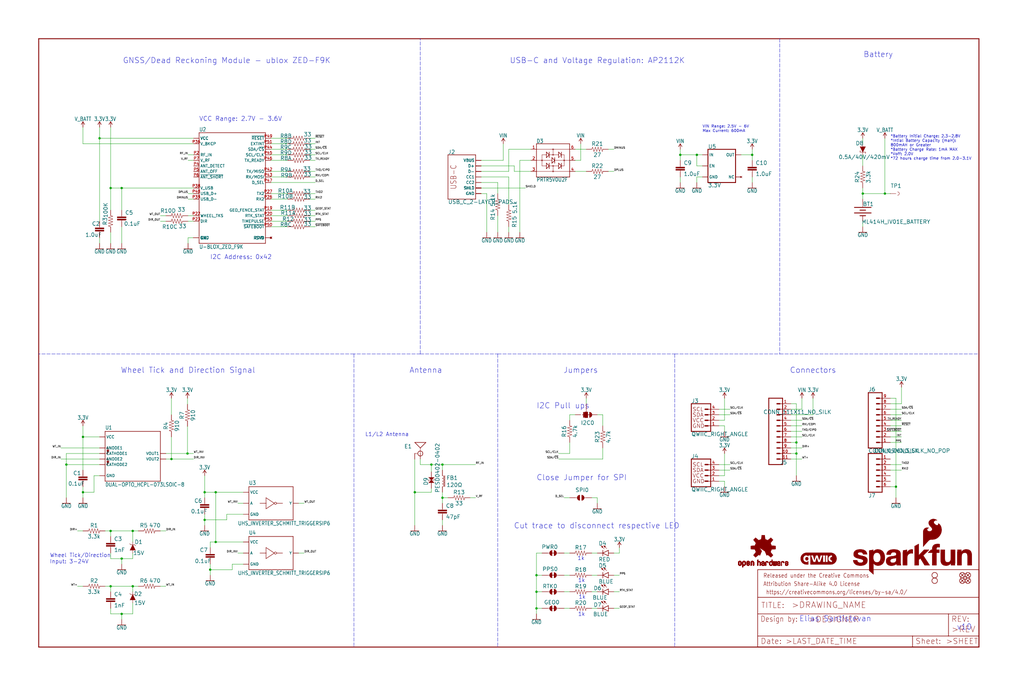
<source format=kicad_sch>
(kicad_sch (version 20211123) (generator eeschema)
  (paper "User" 470.306 317.906)
  (lib_symbols
    (symbol "eagleSchem-eagle-import:0.1UF-0402T-6.3V-10%-X7R"
      (property "Reference" "C" (at 1.524 2.921 0))
      (property "Value" "0.1UF-0402T-6.3V-10%-X7R" (at 1.524 -2.159 0))
      (symbol "0.1UF-0402T-6.3V-10%-X7R_1_0"
        (pin passive line (at 0 5.08 270) (length 2.54) (name "1") (number "1"))
        (pin passive line (at 0 -2.54 90) (length 2.54) (name "2") (number "2"))
      )
    )
    (symbol "eagleSchem-eagle-import:1.0NF{slash}1000PF-0402-25V-10%-X7R"
      (property "Reference" "C" (at 1.524 2.921 0))
      (property "Value" "1.0NF{slash}1000PF-0402-25V-10%-X7R" (at 1.524 -2.159 0))
      (symbol "1.0NF{slash}1000PF-0402-25V-10%-X7R_1_0"
        (pin passive line (at 0 5.08 270) (length 2.54) (name "1") (number "1"))
        (pin passive line (at 0 -2.54 90) (length 2.54) (name "2") (number "2"))
      )
    )
    (symbol "eagleSchem-eagle-import:1.0UF-0402T-16V-10%"
      (property "Reference" "C" (at 1.524 2.921 0))
      (property "Value" "1.0UF-0402T-16V-10%" (at 1.524 -2.159 0))
      (symbol "1.0UF-0402T-16V-10%_1_0"
        (pin passive line (at 0 5.08 270) (length 2.54) (name "1") (number "1"))
        (pin passive line (at 0 -2.54 90) (length 2.54) (name "2") (number "2"))
      )
    )
    (symbol "eagleSchem-eagle-import:100KOHM-0402-1{slash}16W-1%"
      (property "Reference" "R" (at 0 1.524 0))
      (property "Value" "100KOHM-0402-1{slash}16W-1%" (at 0 -1.524 0))
      (symbol "100KOHM-0402-1{slash}16W-1%_1_0"
        (pin passive line (at -5.08 0 0) (length 2.54) (name "1") (number "1"))
        (pin passive line (at 5.08 0 180) (length 2.54) (name "2") (number "2"))
      )
    )
    (symbol "eagleSchem-eagle-import:1KOHM-0402-1{slash}16W-1%"
      (property "Reference" "R" (at 0 1.524 0))
      (property "Value" "1KOHM-0402-1{slash}16W-1%" (at 0 -1.524 0))
      (symbol "1KOHM-0402-1{slash}16W-1%_1_0"
        (pin passive line (at -5.08 0 0) (length 2.54) (name "1") (number "1"))
        (pin passive line (at 5.08 0 180) (length 2.54) (name "2") (number "2"))
      )
    )
    (symbol "eagleSchem-eagle-import:27OHM-0603-1{slash}10W-1%"
      (property "Reference" "R" (at 0 1.524 0))
      (property "Value" "27OHM-0603-1{slash}10W-1%" (at 0 -1.524 0))
      (symbol "27OHM-0603-1{slash}10W-1%_1_0"
        (pin passive line (at -5.08 0 0) (length 2.54) (name "1") (number "1"))
        (pin passive line (at 5.08 0 180) (length 2.54) (name "2") (number "2"))
      )
    )
    (symbol "eagleSchem-eagle-import:3.3KOHM-0603-1{slash}10W-1%"
      (property "Reference" "R" (at 0 1.524 0))
      (property "Value" "3.3KOHM-0603-1{slash}10W-1%" (at 0 -1.524 0))
      (symbol "3.3KOHM-0603-1{slash}10W-1%_1_0"
        (pin passive line (at -5.08 0 0) (length 2.54) (name "1") (number "1"))
        (pin passive line (at 5.08 0 180) (length 2.54) (name "2") (number "2"))
      )
    )
    (symbol "eagleSchem-eagle-import:3.3V" (power)
      (property "Value" "3.3V" (at 0 2.794 0))
      (symbol "3.3V_1_0"
        (pin power_in line (at 0 0 90) (length 2.54) (name "3.3V") (number "1"))
      )
    )
    (symbol "eagleSchem-eagle-import:33OHM-0603-1{slash}10W-1%"
      (property "Reference" "R" (at 0 1.524 0))
      (property "Value" "33OHM-0603-1{slash}10W-1%" (at 0 -1.524 0))
      (symbol "33OHM-0603-1{slash}10W-1%_1_0"
        (pin passive line (at -5.08 0 0) (length 2.54) (name "1") (number "1"))
        (pin passive line (at 5.08 0 180) (length 2.54) (name "2") (number "2"))
      )
    )
    (symbol "eagleSchem-eagle-import:33OHM_RA-1206-1{slash}16W-5%"
      (property "Reference" "R" (at 0 1.524 0))
      (property "Value" "33OHM_RA-1206-1{slash}16W-5%" (at 0 -1.524 0))
      (symbol "33OHM_RA-1206-1{slash}16W-5%_1_0"
        (pin passive line (at -5.08 0 0) (length 2.54) (name "1") (number "P1"))
        (pin passive line (at 5.08 0 180) (length 2.54) (name "2") (number "P8"))
      )
      (symbol "33OHM_RA-1206-1{slash}16W-5%_2_0"
        (pin passive line (at -5.08 0 0) (length 2.54) (name "1") (number "P2"))
        (pin passive line (at 5.08 0 180) (length 2.54) (name "2") (number "P7"))
      )
      (symbol "33OHM_RA-1206-1{slash}16W-5%_3_0"
        (pin passive line (at -5.08 0 0) (length 2.54) (name "1") (number "P3"))
        (pin passive line (at 5.08 0 180) (length 2.54) (name "2") (number "P6"))
      )
      (symbol "33OHM_RA-1206-1{slash}16W-5%_4_0"
        (pin passive line (at -5.08 0 0) (length 2.54) (name "1") (number "P4"))
        (pin passive line (at 5.08 0 180) (length 2.54) (name "2") (number "P5"))
      )
    )
    (symbol "eagleSchem-eagle-import:4.7KOHM-0402T-1{slash}16W-1%"
      (property "Reference" "R" (at 0 1.524 0))
      (property "Value" "4.7KOHM-0402T-1{slash}16W-1%" (at 0 -1.524 0))
      (symbol "4.7KOHM-0402T-1{slash}16W-1%_1_0"
        (pin passive line (at -5.08 0 0) (length 2.54) (name "1") (number "1"))
        (pin passive line (at 5.08 0 180) (length 2.54) (name "2") (number "2"))
      )
    )
    (symbol "eagleSchem-eagle-import:470OHM-0603-1{slash}10W-1%"
      (property "Reference" "R" (at 0 1.524 0))
      (property "Value" "470OHM-0603-1{slash}10W-1%" (at 0 -1.524 0))
      (symbol "470OHM-0603-1{slash}10W-1%_1_0"
        (pin passive line (at -5.08 0 0) (length 2.54) (name "1") (number "1"))
        (pin passive line (at 5.08 0 180) (length 2.54) (name "2") (number "2"))
      )
    )
    (symbol "eagleSchem-eagle-import:47PF-0402-25V-5%-X7R"
      (property "Reference" "C" (at 1.524 2.921 0))
      (property "Value" "47PF-0402-25V-5%-X7R" (at 1.524 -2.159 0))
      (symbol "47PF-0402-25V-5%-X7R_1_0"
        (pin passive line (at 0 5.08 270) (length 2.54) (name "1") (number "1"))
        (pin passive line (at 0 -2.54 90) (length 2.54) (name "2") (number "2"))
      )
    )
    (symbol "eagleSchem-eagle-import:5.1KOHM-0402-1{slash}16W-1%"
      (property "Reference" "R" (at 0 1.524 0))
      (property "Value" "5.1KOHM-0402-1{slash}16W-1%" (at 0 -1.524 0))
      (symbol "5.1KOHM-0402-1{slash}16W-1%_1_0"
        (pin passive line (at -5.08 0 0) (length 2.54) (name "1") (number "1"))
        (pin passive line (at 5.08 0 180) (length 2.54) (name "2") (number "2"))
      )
    )
    (symbol "eagleSchem-eagle-import:910OHM-0603-1{slash}10W-5%"
      (property "Reference" "R" (at 0 1.524 0))
      (property "Value" "910OHM-0603-1{slash}10W-5%" (at 0 -1.524 0))
      (symbol "910OHM-0603-1{slash}10W-5%_1_0"
        (pin passive line (at -5.08 0 0) (length 2.54) (name "1") (number "1"))
        (pin passive line (at 5.08 0 180) (length 2.54) (name "2") (number "2"))
      )
    )
    (symbol "eagleSchem-eagle-import:ANTENNA-SMA-GROUNDEDEDGE_SMA"
      (property "Reference" "E" (at 3.048 0 0))
      (property "Value" "ANTENNA-SMA-GROUNDEDEDGE_SMA" (at 3.048 -2.286 0))
      (symbol "ANTENNA-SMA-GROUNDEDEDGE_SMA_1_0"
        (pin bidirectional line (at 2.54 -2.54 90) (length 2.54) (name "GND") (number "GND@0"))
        (pin bidirectional line (at 2.54 -2.54 90) (length 2.54) (name "GND") (number "GND@1"))
        (pin bidirectional line (at 2.54 -2.54 90) (length 2.54) (name "GND") (number "GND@2"))
        (pin bidirectional line (at 2.54 -2.54 90) (length 2.54) (name "GND") (number "GND@3"))
        (pin bidirectional line (at 0 -2.54 90) (length 2.54) (name "SIGNAL") (number "SIG"))
      )
    )
    (symbol "eagleSchem-eagle-import:CONN_06NO_SILK_NO_POP"
      (property "Reference" "J" (at -5.08 10.668 0))
      (property "Value" "CONN_06NO_SILK_NO_POP" (at -5.08 -9.906 0))
      (symbol "CONN_06NO_SILK_NO_POP_1_0"
        (pin passive line (at 5.08 -5.08 180) (length 5.08) (name "1") (number "1"))
        (pin passive line (at 5.08 -2.54 180) (length 5.08) (name "2") (number "2"))
        (pin passive line (at 5.08 0 180) (length 5.08) (name "3") (number "3"))
        (pin passive line (at 5.08 2.54 180) (length 5.08) (name "4") (number "4"))
        (pin passive line (at 5.08 5.08 180) (length 5.08) (name "5") (number "5"))
        (pin passive line (at 5.08 7.62 180) (length 5.08) (name "6") (number "6"))
      )
    )
    (symbol "eagleSchem-eagle-import:CONN_09NO_SILK"
      (property "Reference" "J" (at 0 13.208 0))
      (property "Value" "CONN_09NO_SILK" (at 0 -14.986 0))
      (symbol "CONN_09NO_SILK_1_0"
        (pin passive line (at 10.16 -10.16 180) (length 5.08) (name "1") (number "1"))
        (pin passive line (at 10.16 -7.62 180) (length 5.08) (name "2") (number "2"))
        (pin passive line (at 10.16 -5.08 180) (length 5.08) (name "3") (number "3"))
        (pin passive line (at 10.16 -2.54 180) (length 5.08) (name "4") (number "4"))
        (pin passive line (at 10.16 0 180) (length 5.08) (name "5") (number "5"))
        (pin passive line (at 10.16 2.54 180) (length 5.08) (name "6") (number "6"))
        (pin passive line (at 10.16 5.08 180) (length 5.08) (name "7") (number "7"))
        (pin passive line (at 10.16 7.62 180) (length 5.08) (name "8") (number "8"))
        (pin passive line (at 10.16 10.16 180) (length 5.08) (name "9") (number "9"))
      )
    )
    (symbol "eagleSchem-eagle-import:CONN_111X11_NO_SILK"
      (property "Reference" "J" (at 0 15.748 0))
      (property "Value" "CONN_111X11_NO_SILK" (at 0 -17.526 0))
      (symbol "CONN_111X11_NO_SILK_1_0"
        (pin passive line (at 10.16 -12.7 180) (length 5.08) (name "1") (number "1"))
        (pin passive line (at 10.16 10.16 180) (length 5.08) (name "10") (number "10"))
        (pin passive line (at 10.16 12.7 180) (length 5.08) (name "11") (number "11"))
        (pin passive line (at 10.16 -10.16 180) (length 5.08) (name "2") (number "2"))
        (pin passive line (at 10.16 -7.62 180) (length 5.08) (name "3") (number "3"))
        (pin passive line (at 10.16 -5.08 180) (length 5.08) (name "4") (number "4"))
        (pin passive line (at 10.16 -2.54 180) (length 5.08) (name "5") (number "5"))
        (pin passive line (at 10.16 0 180) (length 5.08) (name "6") (number "6"))
        (pin passive line (at 10.16 2.54 180) (length 5.08) (name "7") (number "7"))
        (pin passive line (at 10.16 5.08 180) (length 5.08) (name "8") (number "8"))
        (pin passive line (at 10.16 7.62 180) (length 5.08) (name "9") (number "9"))
      )
    )
    (symbol "eagleSchem-eagle-import:DIODE-SCHOTTKY-PMEG4005EJ"
      (property "Reference" "D" (at -2.54 2.032 0))
      (property "Value" "DIODE-SCHOTTKY-PMEG4005EJ" (at -2.54 -2.032 0))
      (symbol "DIODE-SCHOTTKY-PMEG4005EJ_1_0"
        (pin passive line (at -2.54 0 0) (length 0) (name "A") (number "A"))
        (pin passive line (at 2.54 0 180) (length 0) (name "C") (number "C"))
      )
    )
    (symbol "eagleSchem-eagle-import:DIODE-ZENER-BZX84C15LT3G"
      (property "Reference" "D" (at -2.54 2.032 0))
      (property "Value" "DIODE-ZENER-BZX84C15LT3G" (at -2.54 -2.032 0))
      (symbol "DIODE-ZENER-BZX84C15LT3G_1_0"
        (pin passive line (at -2.54 0 0) (length 0) (name "A") (number "1"))
        (pin passive line (at 2.54 0 180) (length 0) (name "C") (number "3"))
      )
    )
    (symbol "eagleSchem-eagle-import:DUAL-OPTO_HCPL-073LSOIC-8"
      (property "Reference" "U" (at -12.7 10.922 0))
      (property "Value" "DUAL-OPTO_HCPL-073LSOIC-8" (at -12.7 -15.24 0))
      (symbol "DUAL-OPTO_HCPL-073LSOIC-8_1_0"
        (pin input line (at -15.24 2.54 0) (length 2.54) (name "ANODE1") (number "1"))
        (pin input line (at -15.24 0 0) (length 2.54) (name "CATHODE1") (number "2"))
        (pin input line (at -15.24 -5.08 0) (length 2.54) (name "CATHODE2") (number "3"))
        (pin input line (at -15.24 -2.54 0) (length 2.54) (name "ANODE2") (number "4"))
        (pin power_in line (at -15.24 -10.16 0) (length 2.54) (name "GND") (number "5"))
        (pin output line (at 15.24 -2.54 180) (length 2.54) (name "VOUT2") (number "6"))
        (pin output line (at 15.24 0 180) (length 2.54) (name "VOUT1") (number "7"))
        (pin power_in line (at -15.24 7.62 0) (length 2.54) (name "VCC") (number "8"))
      )
    )
    (symbol "eagleSchem-eagle-import:FERRITE_BEAD-120_OHM-0402"
      (property "Reference" "FB" (at 1.27 2.54 0))
      (property "Value" "FERRITE_BEAD-120_OHM-0402" (at 1.27 -2.54 0))
      (symbol "FERRITE_BEAD-120_OHM-0402_1_0"
        (pin passive line (at 0 5.08 270) (length 2.54) (name "1") (number "1"))
        (pin passive line (at 0 -5.08 90) (length 2.54) (name "2") (number "2"))
      )
    )
    (symbol "eagleSchem-eagle-import:FIDUCIALUFIDUCIAL")
    (symbol "eagleSchem-eagle-import:FRAME-LEDGER"
      (symbol "FRAME-LEDGER_2_0"
        (text " https://creativecommons.org/licenses/by-sa/4.0/" (at 2.54 24.13 0) (effects (font (size 1.9304 1.6408)) (justify left bottom)))
        (text ">DESIGNER" (at 23.114 11.176 0) (effects (font (size 2.7432 2.7432)) (justify left bottom)))
        (text ">DRAWING_NAME" (at 15.494 17.78 0) (effects (font (size 2.7432 2.7432)) (justify left bottom)))
        (text ">LAST_DATE_TIME" (at 12.7 1.27 0) (effects (font (size 2.54 2.54)) (justify left bottom)))
        (text ">REV" (at 88.9 6.604 0) (effects (font (size 2.7432 2.7432)) (justify left bottom)))
        (text ">SHEET" (at 86.36 1.27 0) (effects (font (size 2.54 2.54)) (justify left bottom)))
        (text "Attribution Share-Alike 4.0 License" (at 2.54 27.94 0) (effects (font (size 1.9304 1.6408)) (justify left bottom)))
        (text "Date:" (at 1.27 1.27 0) (effects (font (size 2.54 2.54)) (justify left bottom)))
        (text "Design by:" (at 1.27 11.43 0) (effects (font (size 2.54 2.159)) (justify left bottom)))
        (text "Released under the Creative Commons" (at 2.54 31.75 0) (effects (font (size 1.9304 1.6408)) (justify left bottom)))
        (text "REV:" (at 88.9 11.43 0) (effects (font (size 2.54 2.54)) (justify left bottom)))
        (text "Sheet:" (at 72.39 1.27 0) (effects (font (size 2.54 2.54)) (justify left bottom)))
        (text "TITLE:" (at 1.524 17.78 0) (effects (font (size 2.54 2.54)) (justify left bottom)))
      )
    )
    (symbol "eagleSchem-eagle-import:GND" (power)
      (property "Value" "GND" (at 0 -0.254 0))
      (symbol "GND_1_0"
        (pin power_in line (at 0 2.54 270) (length 2.54) (name "GND") (number "1"))
      )
    )
    (symbol "eagleSchem-eagle-import:JUMPER-SMT_2_NC_TRACE_SILK"
      (property "Reference" "JP" (at 0 3.048 0))
      (property "Value" "JUMPER-SMT_2_NC_TRACE_SILK" (at 0 -3.048 0))
      (symbol "JUMPER-SMT_2_NC_TRACE_SILK_1_0"
        (pin passive line (at -5.08 0 0) (length 2.54) (name "1") (number "1"))
        (pin passive line (at 5.08 0 180) (length 2.54) (name "2") (number "2"))
      )
    )
    (symbol "eagleSchem-eagle-import:JUMPER-SMT_2_NO_SILK"
      (property "Reference" "JP" (at 0 2.794 0))
      (property "Value" "JUMPER-SMT_2_NO_SILK" (at 0 -2.794 0))
      (symbol "JUMPER-SMT_2_NO_SILK_1_0"
        (pin passive line (at -5.08 0 0) (length 2.54) (name "1") (number "1"))
        (pin passive line (at 5.08 0 180) (length 2.54) (name "2") (number "2"))
      )
    )
    (symbol "eagleSchem-eagle-import:JUMPER-SMT_3_2-NC_TRACE_SILK"
      (property "Reference" "JP" (at 6.096 1.524 0))
      (property "Value" "JUMPER-SMT_3_2-NC_TRACE_SILK" (at 6.858 -1.524 0))
      (symbol "JUMPER-SMT_3_2-NC_TRACE_SILK_1_0"
        (pin passive line (at 0 5.08 270) (length 2.54) (name "1") (number "1"))
        (pin passive line (at -5.08 0 0) (length 2.54) (name "2") (number "2"))
        (pin passive line (at 0 -5.08 90) (length 2.54) (name "3") (number "3"))
      )
    )
    (symbol "eagleSchem-eagle-import:LED-BLUE0603"
      (property "Reference" "D" (at -3.429 -4.572 90))
      (property "Value" "LED-BLUE0603" (at 1.905 -4.572 90))
      (symbol "LED-BLUE0603_1_0"
        (pin passive line (at 0 2.54 270) (length 2.54) (name "A") (number "A"))
        (pin passive line (at 0 -5.08 90) (length 2.54) (name "C") (number "C"))
      )
    )
    (symbol "eagleSchem-eagle-import:LED-RED0603"
      (property "Reference" "D" (at -3.429 -4.572 90))
      (property "Value" "LED-RED0603" (at 1.905 -4.572 90))
      (symbol "LED-RED0603_1_0"
        (pin passive line (at 0 2.54 270) (length 2.54) (name "A") (number "A"))
        (pin passive line (at 0 -5.08 90) (length 2.54) (name "C") (number "C"))
      )
    )
    (symbol "eagleSchem-eagle-import:ML414H_IV01E_BATTERY"
      (property "Reference" "BT" (at 0 4.318 0))
      (property "Value" "ML414H_IV01E_BATTERY" (at 0 -4.318 0))
      (symbol "ML414H_IV01E_BATTERY_1_0"
        (pin power_in line (at -5.08 0 0) (length 2.54) (name "+") (number "+"))
        (pin power_in line (at 5.08 0 180) (length 2.54) (name "-") (number "-"))
      )
    )
    (symbol "eagleSchem-eagle-import:OSHW-LOGOS")
    (symbol "eagleSchem-eagle-import:PESD0402-0402"
      (property "Reference" "D" (at -2.54 2.794 0))
      (property "Value" "PESD0402-0402" (at -2.54 -2.794 0))
      (symbol "PESD0402-0402_1_0"
        (pin bidirectional line (at -2.54 0 0) (length 2.54) (name "1") (number "1"))
        (pin bidirectional line (at 5.08 0 180) (length 2.54) (name "2") (number "2"))
      )
    )
    (symbol "eagleSchem-eagle-import:PRTR5V0U2F"
      (property "Reference" "D" (at -7.62 7.874 0))
      (property "Value" "PRTR5V0U2F" (at -7.62 -7.874 0))
      (symbol "PRTR5V0U2F_1_0"
        (pin bidirectional line (at -10.16 5.08 0) (length 2.54) (name "1") (number "1"))
        (pin power_in line (at -10.16 0 0) (length 2.54) (name "2") (number "2"))
        (pin bidirectional line (at -10.16 -5.08 0) (length 2.54) (name "3") (number "3"))
        (pin bidirectional line (at 10.16 -5.08 180) (length 2.54) (name "4") (number "4"))
        (pin power_in line (at 10.16 0 180) (length 2.54) (name "5") (number "5"))
        (pin bidirectional line (at 10.16 5.08 180) (length 2.54) (name "6") (number "6"))
      )
    )
    (symbol "eagleSchem-eagle-import:QWIIC_CONNECTORJS-1MM"
      (property "Reference" "J" (at -5.08 7.874 0))
      (property "Value" "QWIIC_CONNECTORJS-1MM" (at -5.08 -5.334 0))
      (symbol "QWIIC_CONNECTORJS-1MM_1_0"
        (text "GND" (at -4.572 -2.54 0) (effects (font (size 1.778 1.778)) (justify left)))
        (text "SCL" (at -4.572 5.08 0) (effects (font (size 1.778 1.778)) (justify left)))
        (text "SDA" (at -4.572 2.54 0) (effects (font (size 1.778 1.778)) (justify left)))
        (text "VCC" (at -4.572 0 0) (effects (font (size 1.778 1.778)) (justify left)))
        (pin power_in line (at 7.62 -2.54 180) (length 5.08) (name "1") (number "1"))
        (pin power_in line (at 7.62 0 180) (length 5.08) (name "2") (number "2"))
        (pin passive line (at 7.62 2.54 180) (length 5.08) (name "3") (number "3"))
        (pin passive line (at 7.62 5.08 180) (length 5.08) (name "4") (number "4"))
      )
    )
    (symbol "eagleSchem-eagle-import:QWIIC_LOGO_4MM")
    (symbol "eagleSchem-eagle-import:SFE_LOGO_NAME_FLAME.2_INCH")
    (symbol "eagleSchem-eagle-import:STAND-OFFTIGHT")
    (symbol "eagleSchem-eagle-import:TEST-POINT3X5"
      (property "Reference" "TP" (at -2.54 2.54 0))
      (property "Value" "TEST-POINT3X5" (at -2.54 -2.54 0))
      (symbol "TEST-POINT3X5_1_0"
        (pin bidirectional line (at 0 0 180) (length 0) (name "1") (number "1"))
      )
    )
    (symbol "eagleSchem-eagle-import:U-BLOX_ZED_F9K"
      (property "Reference" "U" (at -15.24 25.908 0))
      (property "Value" "U-BLOX_ZED_F9K" (at -15.24 -27.94 0))
      (symbol "U-BLOX_ZED_F9K_1_0"
        (pin power_in line (at -17.78 -22.86 0) (length 2.54) (name "GND") (number "G1"))
        (pin power_in line (at -17.78 -22.86 0) (length 2.54) (name "GND") (number "G10"))
        (pin power_in line (at -17.78 -22.86 0) (length 2.54) (name "GND") (number "G11"))
        (pin power_in line (at -17.78 -22.86 0) (length 2.54) (name "GND") (number "G12"))
        (pin power_in line (at -17.78 -22.86 0) (length 2.54) (name "GND") (number "G13"))
        (pin power_in line (at -17.78 -22.86 0) (length 2.54) (name "GND") (number "G14"))
        (pin power_in line (at -17.78 -22.86 0) (length 2.54) (name "GND") (number "G15"))
        (pin power_in line (at -17.78 -22.86 0) (length 2.54) (name "GND") (number "G16"))
        (pin power_in line (at -17.78 -22.86 0) (length 2.54) (name "GND") (number "G17"))
        (pin power_in line (at -17.78 -22.86 0) (length 2.54) (name "GND") (number "G18"))
        (pin power_in line (at -17.78 -22.86 0) (length 2.54) (name "GND") (number "G19"))
        (pin power_in line (at -17.78 -22.86 0) (length 2.54) (name "GND") (number "G2"))
        (pin power_in line (at -17.78 -22.86 0) (length 2.54) (name "GND") (number "G20"))
        (pin power_in line (at -17.78 -22.86 0) (length 2.54) (name "GND") (number "G21"))
        (pin power_in line (at -17.78 -22.86 0) (length 2.54) (name "GND") (number "G22"))
        (pin power_in line (at -17.78 -22.86 0) (length 2.54) (name "GND") (number "G23"))
        (pin power_in line (at -17.78 -22.86 0) (length 2.54) (name "GND") (number "G24"))
        (pin power_in line (at -17.78 -22.86 0) (length 2.54) (name "GND") (number "G25"))
        (pin power_in line (at -17.78 -22.86 0) (length 2.54) (name "GND") (number "G26"))
        (pin power_in line (at -17.78 -22.86 0) (length 2.54) (name "GND") (number "G27"))
        (pin power_in line (at -17.78 -22.86 0) (length 2.54) (name "GND") (number "G28"))
        (pin power_in line (at -17.78 -22.86 0) (length 2.54) (name "GND") (number "G29"))
        (pin power_in line (at -17.78 -22.86 0) (length 2.54) (name "GND") (number "G3"))
        (pin power_in line (at -17.78 -22.86 0) (length 2.54) (name "GND") (number "G30"))
        (pin power_in line (at -17.78 -22.86 0) (length 2.54) (name "GND") (number "G31"))
        (pin power_in line (at -17.78 -22.86 0) (length 2.54) (name "GND") (number "G32"))
        (pin power_in line (at -17.78 -22.86 0) (length 2.54) (name "GND") (number "G33"))
        (pin power_in line (at -17.78 -22.86 0) (length 2.54) (name "GND") (number "G34"))
        (pin power_in line (at -17.78 -22.86 0) (length 2.54) (name "GND") (number "G35"))
        (pin power_in line (at -17.78 -22.86 0) (length 2.54) (name "GND") (number "G36"))
        (pin power_in line (at -17.78 -22.86 0) (length 2.54) (name "GND") (number "G37"))
        (pin power_in line (at -17.78 -22.86 0) (length 2.54) (name "GND") (number "G38"))
        (pin power_in line (at -17.78 -22.86 0) (length 2.54) (name "GND") (number "G39"))
        (pin power_in line (at -17.78 -22.86 0) (length 2.54) (name "GND") (number "G4"))
        (pin power_in line (at -17.78 -22.86 0) (length 2.54) (name "GND") (number "G40"))
        (pin power_in line (at -17.78 -22.86 0) (length 2.54) (name "GND") (number "G41"))
        (pin power_in line (at -17.78 -22.86 0) (length 2.54) (name "GND") (number "G42"))
        (pin power_in line (at -17.78 -22.86 0) (length 2.54) (name "GND") (number "G43"))
        (pin power_in line (at -17.78 -22.86 0) (length 2.54) (name "GND") (number "G44"))
        (pin power_in line (at -17.78 -22.86 0) (length 2.54) (name "GND") (number "G45"))
        (pin power_in line (at -17.78 -22.86 0) (length 2.54) (name "GND") (number "G46"))
        (pin power_in line (at -17.78 -22.86 0) (length 2.54) (name "GND") (number "G47"))
        (pin power_in line (at -17.78 -22.86 0) (length 2.54) (name "GND") (number "G48"))
        (pin power_in line (at -17.78 -22.86 0) (length 2.54) (name "GND") (number "G5"))
        (pin power_in line (at -17.78 -22.86 0) (length 2.54) (name "GND") (number "G6"))
        (pin power_in line (at -17.78 -22.86 0) (length 2.54) (name "GND") (number "G7"))
        (pin power_in line (at -17.78 -22.86 0) (length 2.54) (name "GND") (number "G8"))
        (pin power_in line (at -17.78 -22.86 0) (length 2.54) (name "GND") (number "G9"))
        (pin power_in line (at -17.78 -22.86 0) (length 2.54) (name "GND") (number "P1"))
        (pin no_connect line (at 17.78 -22.86 180) (length 2.54) (name "RSVD") (number "P10"))
        (pin no_connect line (at 17.78 -22.86 180) (length 2.54) (name "RSVD") (number "P11"))
        (pin power_in line (at -17.78 -22.86 0) (length 2.54) (name "GND") (number "P12"))
        (pin no_connect line (at 17.78 -22.86 180) (length 2.54) (name "RSVD") (number "P13"))
        (pin power_in line (at -17.78 -22.86 0) (length 2.54) (name "GND") (number "P14"))
        (pin no_connect line (at 17.78 -22.86 180) (length 2.54) (name "RSVD") (number "P15"))
        (pin no_connect line (at 17.78 -22.86 180) (length 2.54) (name "RSVD") (number "P16"))
        (pin no_connect line (at 17.78 -22.86 180) (length 2.54) (name "RSVD") (number "P17"))
        (pin no_connect line (at 17.78 -22.86 180) (length 2.54) (name "RSVD") (number "P18"))
        (pin output line (at 17.78 -10.16 180) (length 2.54) (name "GEO_FENCE_STAT") (number "P19"))
        (pin input line (at -17.78 15.24 0) (length 2.54) (name "RF_IN") (number "P2"))
        (pin output line (at 17.78 -12.7 180) (length 2.54) (name "RTK_STAT") (number "P20"))
        (pin no_connect line (at 17.78 -22.86 180) (length 2.54) (name "RSVD") (number "P21"))
        (pin input line (at -17.78 -12.7 0) (length 2.54) (name "WHEEL_TKS") (number "P22"))
        (pin input line (at -17.78 -15.24 0) (length 2.54) (name "DIR") (number "P23"))
        (pin no_connect line (at 17.78 -22.86 180) (length 2.54) (name "RSVD") (number "P24"))
        (pin no_connect line (at 17.78 -22.86 180) (length 2.54) (name "RSVD") (number "P25"))
        (pin input line (at 17.78 -5.08 180) (length 2.54) (name "RX2") (number "P26"))
        (pin output line (at 17.78 -2.54 180) (length 2.54) (name "TX2") (number "P27"))
        (pin no_connect line (at 17.78 -22.86 180) (length 2.54) (name "RSVD") (number "P28"))
        (pin no_connect line (at 17.78 -22.86 180) (length 2.54) (name "RSVD") (number "P29"))
        (pin power_in line (at -17.78 -22.86 0) (length 2.54) (name "GND") (number "P3"))
        (pin no_connect line (at 17.78 -22.86 180) (length 2.54) (name "RSVD") (number "P30"))
        (pin no_connect line (at 17.78 -22.86 180) (length 2.54) (name "RSVD") (number "P31"))
        (pin power_in line (at -17.78 -22.86 0) (length 2.54) (name "GND") (number "P32"))
        (pin power_in line (at -17.78 22.86 0) (length 2.54) (name "VCC") (number "P33"))
        (pin power_in line (at -17.78 22.86 0) (length 2.54) (name "VCC") (number "P34"))
        (pin no_connect line (at 17.78 -22.86 180) (length 2.54) (name "RSVD") (number "P35"))
        (pin power_in line (at -17.78 20.32 0) (length 2.54) (name "V_BKCP") (number "P36"))
        (pin power_in line (at -17.78 -22.86 0) (length 2.54) (name "GND") (number "P37"))
        (pin power_in line (at -17.78 0 0) (length 2.54) (name "V_USB") (number "P38"))
        (pin bidirectional line (at -17.78 -5.08 0) (length 2.54) (name "USB_D-") (number "P39"))
        (pin input line (at -17.78 10.16 0) (length 2.54) (name "ANT_DETECT") (number "P4"))
        (pin bidirectional line (at -17.78 -2.54 0) (length 2.54) (name "USB_D+") (number "P40"))
        (pin power_in line (at -17.78 -22.86 0) (length 2.54) (name "GND") (number "P41"))
        (pin bidirectional line (at 17.78 7.62 180) (length 2.54) (name "TX/MISO") (number "P42"))
        (pin bidirectional line (at 17.78 5.08 180) (length 2.54) (name "RX/MOSI") (number "P43"))
        (pin bidirectional line (at 17.78 17.78 180) (length 2.54) (name "SDA/~{CS}") (number "P44"))
        (pin bidirectional line (at 17.78 15.24 180) (length 2.54) (name "SCL/CLK") (number "P45"))
        (pin bidirectional line (at 17.78 12.7 180) (length 2.54) (name "TX_READY") (number "P46"))
        (pin bidirectional line (at 17.78 2.54 180) (length 2.54) (name "D_SEL") (number "P47"))
        (pin power_in line (at -17.78 -22.86 0) (length 2.54) (name "GND") (number "P48"))
        (pin bidirectional line (at 17.78 22.86 180) (length 2.54) (name "~{RESET}") (number "P49"))
        (pin output line (at -17.78 7.62 0) (length 2.54) (name "ANT_OFF") (number "P5"))
        (pin input line (at 17.78 -17.78 180) (length 2.54) (name "~{SAFEBOOT}") (number "P50"))
        (pin bidirectional line (at 17.78 20.32 180) (length 2.54) (name "EXTINT") (number "P51"))
        (pin no_connect line (at 17.78 -22.86 180) (length 2.54) (name "RSVD") (number "P52"))
        (pin output line (at 17.78 -15.24 180) (length 2.54) (name "TIMEPULSE") (number "P53"))
        (pin no_connect line (at 17.78 -22.86 180) (length 2.54) (name "RSVD") (number "P54"))
        (pin output line (at -17.78 5.08 0) (length 2.54) (name "~{ANT_SHORT}") (number "P6"))
        (pin output line (at -17.78 12.7 0) (length 2.54) (name "V_RF") (number "P7"))
        (pin no_connect line (at 17.78 -22.86 180) (length 2.54) (name "RSVD") (number "P8"))
        (pin no_connect line (at 17.78 -22.86 180) (length 2.54) (name "RSVD") (number "P9"))
      )
    )
    (symbol "eagleSchem-eagle-import:UHS_INVERTER_SCHMITT_TRIGGERSIP6"
      (property "Reference" "U" (at -10.16 8.382 0))
      (property "Value" "UHS_INVERTER_SCHMITT_TRIGGERSIP6" (at -10.16 -10.16 0))
      (symbol "UHS_INVERTER_SCHMITT_TRIGGERSIP6_1_0"
        (pin input line (at -12.7 0 0) (length 2.54) (name "A") (number "P2"))
        (pin power_in line (at -12.7 -5.08 0) (length 2.54) (name "GND") (number "P3"))
        (pin output line (at 12.7 0 180) (length 2.54) (name "Y") (number "P4"))
        (pin power_in line (at -12.7 5.08 0) (length 2.54) (name "VCC") (number "P6"))
      )
    )
    (symbol "eagleSchem-eagle-import:USB_C_2-LAYER_PADS"
      (property "Reference" "J" (at -2.54 10.414 0))
      (property "Value" "USB_C_2-LAYER_PADS" (at -2.54 -12.446 0))
      (symbol "USB_C_2-LAYER_PADS_1_0"
        (text "USB-C" (at 0 0 900) (effects (font (size 2.54 2.159))))
        (pin bidirectional line (at 12.7 0 180) (length 2.54) (name "CC1") (number "A5"))
        (pin bidirectional line (at 12.7 5.08 180) (length 2.54) (name "D+") (number "A6"))
        (pin bidirectional line (at 12.7 2.54 180) (length 2.54) (name "D-") (number "A7"))
        (pin bidirectional line (at 12.7 -2.54 180) (length 2.54) (name "CC2") (number "B5"))
        (pin bidirectional line (at 12.7 5.08 180) (length 2.54) (name "D+") (number "B6"))
        (pin bidirectional line (at 12.7 2.54 180) (length 2.54) (name "D-") (number "B7"))
        (pin bidirectional line (at 12.7 -7.62 180) (length 2.54) (name "GND") (number "GND"))
        (pin bidirectional line (at 12.7 -7.62 180) (length 2.54) (name "GND") (number "GND2"))
        (pin bidirectional line (at 12.7 -5.08 180) (length 2.54) (name "SHLD") (number "SHLD1"))
        (pin bidirectional line (at 12.7 -5.08 180) (length 2.54) (name "SHLD") (number "SHLD2"))
        (pin bidirectional line (at 12.7 -5.08 180) (length 2.54) (name "SHLD") (number "SHLD3"))
        (pin bidirectional line (at 12.7 -5.08 180) (length 2.54) (name "SHLD") (number "SHLD4"))
        (pin bidirectional line (at 12.7 7.62 180) (length 2.54) (name "VBUS") (number "VBUS1"))
        (pin bidirectional line (at 12.7 7.62 180) (length 2.54) (name "VBUS") (number "VBUS2"))
      )
    )
    (symbol "eagleSchem-eagle-import:VIN" (power)
      (property "Value" "VIN" (at 0 2.794 0))
      (symbol "VIN_1_0"
        (pin power_in line (at 0 0 90) (length 2.54) (name "VIN") (number "1"))
      )
    )
    (symbol "eagleSchem-eagle-import:V_BATT" (power)
      (property "Value" "V_BATT" (at 0 2.794 0))
      (symbol "V_BATT_1_0"
        (pin power_in line (at 0 0 90) (length 2.54) (name "V_BATT") (number "1"))
      )
    )
    (symbol "eagleSchem-eagle-import:V_REG_AP2112K-3.3V"
      (property "Reference" "U" (at -7.62 7.874 0))
      (property "Value" "V_REG_AP2112K-3.3V" (at -7.62 -7.874 0))
      (symbol "V_REG_AP2112K-3.3V_1_0"
        (pin input line (at -10.16 5.08 0) (length 2.54) (name "IN") (number "1"))
        (pin input line (at -10.16 -5.08 0) (length 2.54) (name "GND") (number "2"))
        (pin input line (at -10.16 0 0) (length 2.54) (name "EN") (number "3"))
        (pin no_connect line (at 7.62 -5.08 180) (length 2.54) (name "NC") (number "4"))
        (pin passive line (at 7.62 5.08 180) (length 2.54) (name "OUT") (number "5"))
      )
    )
  )
  (junction (at 312.42 71.12))
  (junction (at 93.98 226.06))
  (junction (at 246.38 264.16))
  (junction (at 246.38 271.78))
  (junction (at 203.2 228.6))
  (junction (at 99.06 248.92))
  (junction (at 55.88 281.94))
  (junction (at 345.44 71.12))
  (junction (at 246.38 279.4))
  (junction (at 60.96 269.24))
  (junction (at 93.98 238.76))
  (junction (at 411.48 223.52))
  (junction (at 365.76 208.28))
  (junction (at 96.52 261.62))
  (junction (at 190.5 226.06))
  (junction (at 55.88 86.36))
  (junction (at 55.88 256.54))
  (junction (at 406.4 88.9))
  (junction (at 396.24 88.9))
  (junction (at 60.96 243.84))
  (junction (at 38.1 200.66))
  (junction (at 198.12 213.36))
  (junction (at 365.76 203.2))
  (junction (at 38.1 226.06))
  (junction (at 86.106 208.28))
  (junction (at 30.48 213.36))
  (junction (at 50.8 243.84))
  (junction (at 50.8 86.36))
  (junction (at 78.74 210.82))
  (junction (at 99.06 226.06))
  (junction (at 45.72 63.5))
  (junction (at 50.8 269.24))
  (junction (at 320.04 71.12))
  (junction (at 203.2 213.36))
  (wire (pts (xy 50.8 254) (xy 50.8 256.54)))
  (wire (pts (xy 142.24 78.74) (xy 144.78 78.74)))
  (wire (pts (xy 45.72 208.28) (xy 30.48 208.28)))
  (wire (pts (xy 345.44 81.28) (xy 345.44 83.82)))
  (wire (pts (xy 312.42 71.12) (xy 312.42 68.58)))
  (wire (pts (xy 274.32 228.6) (xy 271.78 228.6)))
  (wire (pts (xy 363.22 210.82) (xy 368.3 210.82)))
  (wire (pts (xy 330.2 215.9) (xy 335.28 215.9)))
  (wire (pts (xy 50.8 271.78) (xy 50.8 269.24)))
  (wire (pts (xy 132.08 91.44) (xy 124.46 91.44)))
  (wire (pts (xy 198.12 224.282) (xy 198.12 226.06)))
  (wire (pts (xy 45.72 109.22) (xy 45.72 111.76)))
  (wire (pts (xy 78.74 190.5) (xy 78.74 182.88)))
  (wire (pts (xy 96.52 251.46) (xy 96.52 248.92)))
  (wire (pts (xy 220.98 86.36) (xy 241.3 86.36)))
  (wire (pts (xy 137.16 254) (xy 139.7 254)))
  (wire (pts (xy 332.74 218.44) (xy 332.74 208.28)))
  (wire (pts (xy 233.68 104.14) (xy 233.68 106.68)))
  (polyline (pts (xy 358.14 162.56) (xy 449.58 162.56)))
  (polyline (pts (xy 193.04 162.56) (xy 228.6 162.56)))
  (wire (pts (xy 261.62 254) (xy 259.08 254)))
  (wire (pts (xy 248.92 279.4) (xy 246.38 279.4)))
  (wire (pts (xy 330.2 193.04) (xy 332.74 193.04)))
  (wire (pts (xy 365.76 208.28) (xy 365.76 218.44)))
  (wire (pts (xy 335.28 187.96) (xy 330.2 187.96)))
  (wire (pts (xy 223.52 88.9) (xy 223.52 106.68)))
  (wire (pts (xy 312.42 81.28) (xy 312.42 83.82)))
  (wire (pts (xy 50.8 279.4) (xy 50.8 281.94)))
  (wire (pts (xy 198.12 226.06) (xy 190.5 226.06)))
  (wire (pts (xy 50.8 281.94) (xy 55.88 281.94)))
  (wire (pts (xy 363.22 185.42) (xy 365.76 185.42)))
  (wire (pts (xy 274.32 254) (xy 271.78 254)))
  (wire (pts (xy 88.9 66.04) (xy 38.1 66.04)))
  (wire (pts (xy 76.2 101.6) (xy 73.66 101.6)))
  (wire (pts (xy 330.2 190.5) (xy 335.28 190.5)))
  (wire (pts (xy 96.52 259.08) (xy 96.52 261.62)))
  (wire (pts (xy 236.22 78.74) (xy 243.84 78.74)))
  (wire (pts (xy 55.88 284.48) (xy 55.88 281.94)))
  (wire (pts (xy 261.62 228.6) (xy 259.08 228.6)))
  (wire (pts (xy 38.1 269.24) (xy 35.56 269.24)))
  (wire (pts (xy 408.94 185.42) (xy 414.02 185.42)))
  (wire (pts (xy 396.24 76.2) (xy 396.24 71.12)))
  (wire (pts (xy 408.94 187.96) (xy 414.02 187.96)))
  (wire (pts (xy 264.16 190.5) (xy 261.62 190.5)))
  (wire (pts (xy 30.48 213.36) (xy 30.48 228.6)))
  (wire (pts (xy 279.4 78.74) (xy 281.94 78.74)))
  (polyline (pts (xy 358.14 17.78) (xy 358.14 162.56)))
  (wire (pts (xy 406.4 88.9) (xy 406.4 63.5)))
  (wire (pts (xy 259.08 264.16) (xy 261.62 264.16)))
  (wire (pts (xy 111.76 236.22) (xy 104.14 236.22)))
  (wire (pts (xy 276.86 205.74) (xy 276.86 210.82)))
  (wire (pts (xy 43.18 218.44) (xy 45.72 218.44)))
  (wire (pts (xy 408.94 88.9) (xy 406.4 88.9)))
  (wire (pts (xy 50.8 86.36) (xy 50.8 58.42)))
  (wire (pts (xy 396.24 66.04) (xy 396.24 63.5)))
  (wire (pts (xy 408.94 195.58) (xy 414.02 195.58)))
  (wire (pts (xy 55.88 259.08) (xy 55.88 256.54)))
  (wire (pts (xy 408.94 193.04) (xy 414.02 193.04)))
  (wire (pts (xy 50.8 256.54) (xy 55.88 256.54)))
  (wire (pts (xy 60.96 271.78) (xy 60.96 269.24)))
  (wire (pts (xy 45.72 63.5) (xy 45.72 58.42)))
  (wire (pts (xy 190.5 226.06) (xy 190.5 210.82)))
  (wire (pts (xy 261.62 208.28) (xy 256.54 208.28)))
  (wire (pts (xy 142.24 88.9) (xy 144.78 88.9)))
  (wire (pts (xy 99.06 226.06) (xy 93.98 226.06)))
  (wire (pts (xy 142.24 66.04) (xy 144.78 66.04)))
  (wire (pts (xy 142.24 91.44) (xy 144.78 91.44)))
  (wire (pts (xy 396.24 104.14) (xy 396.24 101.6)))
  (wire (pts (xy 271.78 271.78) (xy 274.32 271.78)))
  (wire (pts (xy 271.78 264.16) (xy 274.32 264.16)))
  (wire (pts (xy 332.74 220.98) (xy 332.74 223.52)))
  (polyline (pts (xy 193.04 162.56) (xy 193.04 17.78)))
  (wire (pts (xy 320.04 81.28) (xy 320.04 83.82)))
  (wire (pts (xy 35.56 243.84) (xy 38.1 243.84)))
  (wire (pts (xy 30.48 208.28) (xy 30.48 213.36)))
  (wire (pts (xy 363.22 203.2) (xy 365.76 203.2)))
  (polyline (pts (xy 162.56 162.56) (xy 17.78 162.56)))
  (wire (pts (xy 55.88 256.54) (xy 60.96 256.54)))
  (wire (pts (xy 238.76 73.66) (xy 238.76 106.68)))
  (wire (pts (xy 93.98 238.76) (xy 93.98 241.3)))
  (wire (pts (xy 203.2 215.9) (xy 203.2 213.36)))
  (wire (pts (xy 76.2 208.28) (xy 86.106 208.28)))
  (wire (pts (xy 231.14 73.66) (xy 220.98 73.66)))
  (wire (pts (xy 220.98 81.28) (xy 233.68 81.28)))
  (wire (pts (xy 38.1 226.06) (xy 38.1 228.6)))
  (wire (pts (xy 322.58 71.12) (xy 320.04 71.12)))
  (wire (pts (xy 345.44 71.12) (xy 345.44 68.58)))
  (wire (pts (xy 50.8 246.38) (xy 50.8 243.84)))
  (wire (pts (xy 132.08 88.9) (xy 124.46 88.9)))
  (wire (pts (xy 335.28 213.36) (xy 330.2 213.36)))
  (wire (pts (xy 396.24 88.9) (xy 396.24 86.36)))
  (wire (pts (xy 142.24 71.12) (xy 144.78 71.12)))
  (wire (pts (xy 193.04 213.36) (xy 193.04 210.82)))
  (wire (pts (xy 284.48 254) (xy 281.94 254)))
  (wire (pts (xy 50.8 106.68) (xy 50.8 111.76)))
  (wire (pts (xy 111.76 259.08) (xy 106.68 259.08)))
  (wire (pts (xy 220.98 83.82) (xy 228.6 83.82)))
  (wire (pts (xy 320.04 71.12) (xy 312.42 71.12)))
  (wire (pts (xy 86.106 195.834) (xy 86.106 208.28)))
  (wire (pts (xy 243.84 73.66) (xy 238.76 73.66)))
  (wire (pts (xy 248.92 264.16) (xy 246.38 264.16)))
  (wire (pts (xy 363.22 195.58) (xy 368.3 195.58)))
  (wire (pts (xy 137.16 231.14) (xy 139.7 231.14)))
  (wire (pts (xy 205.74 228.6) (xy 203.2 228.6)))
  (wire (pts (xy 106.68 259.08) (xy 106.68 261.62)))
  (wire (pts (xy 408.94 198.12) (xy 414.02 198.12)))
  (wire (pts (xy 218.44 228.6) (xy 215.9 228.6)))
  (wire (pts (xy 132.08 101.6) (xy 124.46 101.6)))
  (wire (pts (xy 93.98 226.06) (xy 93.98 228.6)))
  (polyline (pts (xy 228.6 162.56) (xy 309.88 162.56)))
  (wire (pts (xy 132.08 96.52) (xy 124.46 96.52)))
  (wire (pts (xy 45.72 205.74) (xy 27.94 205.74)))
  (wire (pts (xy 414.02 185.42) (xy 414.02 177.8)))
  (wire (pts (xy 60.96 254) (xy 60.96 256.54)))
  (wire (pts (xy 86.106 185.674) (xy 86.106 182.88)))
  (polyline (pts (xy 228.6 162.56) (xy 228.6 297.18)))
  (wire (pts (xy 408.94 200.66) (xy 414.02 200.66)))
  (wire (pts (xy 396.24 91.44) (xy 396.24 88.9)))
  (wire (pts (xy 203.2 228.6) (xy 203.2 231.14)))
  (polyline (pts (xy 309.88 162.56) (xy 309.88 297.18)))
  (wire (pts (xy 279.4 68.58) (xy 281.94 68.58)))
  (wire (pts (xy 86.36 101.6) (xy 88.9 101.6)))
  (wire (pts (xy 132.08 68.58) (xy 124.46 68.58)))
  (wire (pts (xy 142.24 99.06) (xy 144.78 99.06)))
  (wire (pts (xy 104.14 238.76) (xy 93.98 238.76)))
  (wire (pts (xy 45.72 213.36) (xy 30.48 213.36)))
  (wire (pts (xy 106.68 261.62) (xy 96.52 261.62)))
  (wire (pts (xy 246.38 271.78) (xy 246.38 279.4)))
  (wire (pts (xy 203.2 226.06) (xy 203.2 228.6)))
  (wire (pts (xy 248.92 271.78) (xy 246.38 271.78)))
  (wire (pts (xy 408.94 190.5) (xy 414.02 190.5)))
  (wire (pts (xy 104.14 236.22) (xy 104.14 238.76)))
  (wire (pts (xy 233.68 68.58) (xy 243.84 68.58)))
  (wire (pts (xy 132.08 71.12) (xy 124.46 71.12)))
  (wire (pts (xy 322.58 81.28) (xy 320.04 81.28)))
  (wire (pts (xy 340.36 71.12) (xy 345.44 71.12)))
  (wire (pts (xy 111.76 254) (xy 109.22 254)))
  (wire (pts (xy 132.08 104.14) (xy 124.46 104.14)))
  (wire (pts (xy 332.74 195.58) (xy 332.74 198.12)))
  (wire (pts (xy 363.22 198.12) (xy 368.3 198.12)))
  (wire (pts (xy 330.2 218.44) (xy 332.74 218.44)))
  (wire (pts (xy 281.94 279.4) (xy 284.48 279.4)))
  (wire (pts (xy 45.72 210.82) (xy 27.94 210.82)))
  (polyline (pts (xy 309.88 162.56) (xy 358.14 162.56)))
  (polyline (pts (xy 162.56 162.56) (xy 162.56 297.18)))
  (wire (pts (xy 93.98 236.22) (xy 93.98 238.76)))
  (wire (pts (xy 96.52 261.62) (xy 96.52 264.16)))
  (wire (pts (xy 281.94 271.78) (xy 284.48 271.78)))
  (wire (pts (xy 132.08 73.66) (xy 124.46 73.66)))
  (wire (pts (xy 132.08 66.04) (xy 124.46 66.04)))
  (wire (pts (xy 246.38 254) (xy 246.38 264.16)))
  (wire (pts (xy 363.22 190.5) (xy 373.38 190.5)))
  (wire (pts (xy 320.04 76.2) (xy 320.04 71.12)))
  (wire (pts (xy 99.06 248.92) (xy 111.76 248.92)))
  (wire (pts (xy 88.9 86.36) (xy 55.88 86.36)))
  (wire (pts (xy 231.14 66.04) (xy 231.14 73.66)))
  (wire (pts (xy 60.96 269.24) (xy 63.5 269.24)))
  (wire (pts (xy 276.86 210.82) (xy 256.54 210.82)))
  (wire (pts (xy 55.88 281.94) (xy 60.96 281.94)))
  (wire (pts (xy 55.88 86.36) (xy 50.8 86.36)))
  (wire (pts (xy 363.22 193.04) (xy 368.3 193.04)))
  (wire (pts (xy 48.26 269.24) (xy 50.8 269.24)))
  (wire (pts (xy 86.36 99.06) (xy 88.9 99.06)))
  (wire (pts (xy 78.74 200.66) (xy 78.74 210.82)))
  (wire (pts (xy 408.94 213.36) (xy 414.02 213.36)))
  (wire (pts (xy 330.2 220.98) (xy 332.74 220.98)))
  (wire (pts (xy 142.24 73.66) (xy 144.78 73.66)))
  (wire (pts (xy 396.24 88.9) (xy 406.4 88.9)))
  (wire (pts (xy 86.36 109.22) (xy 86.36 111.76)))
  (wire (pts (xy 363.22 200.66) (xy 368.3 200.66)))
  (wire (pts (xy 88.9 73.66) (xy 86.36 73.66)))
  (wire (pts (xy 228.6 83.82) (xy 228.6 88.9)))
  (wire (pts (xy 60.96 243.84) (xy 63.5 243.84)))
  (wire (pts (xy 111.76 226.06) (xy 99.06 226.06)))
  (wire (pts (xy 55.88 104.14) (xy 55.88 111.76)))
  (wire (pts (xy 220.98 88.9) (xy 223.52 88.9)))
  (wire (pts (xy 50.8 96.52) (xy 50.8 86.36)))
  (wire (pts (xy 269.24 185.42) (xy 269.24 182.88)))
  (wire (pts (xy 203.2 241.3) (xy 203.2 238.76)))
  (wire (pts (xy 132.08 81.28) (xy 124.46 81.28)))
  (wire (pts (xy 248.92 254) (xy 246.38 254)))
  (wire (pts (xy 408.94 182.88) (xy 411.48 182.88)))
  (wire (pts (xy 284.48 251.46) (xy 284.48 254)))
  (wire (pts (xy 93.98 218.44) (xy 93.98 226.06)))
  (wire (pts (xy 78.74 210.82) (xy 88.9 210.82)))
  (wire (pts (xy 345.44 73.66) (xy 345.44 71.12)))
  (wire (pts (xy 60.96 276.86) (xy 60.96 281.94)))
  (wire (pts (xy 246.38 279.4) (xy 246.38 281.94)))
  (wire (pts (xy 332.74 193.04) (xy 332.74 182.88)))
  (wire (pts (xy 261.62 190.5) (xy 261.62 193.04)))
  (wire (pts (xy 281.94 264.16) (xy 284.48 264.16)))
  (wire (pts (xy 43.18 226.06) (xy 43.18 218.44)))
  (wire (pts (xy 73.66 269.24) (xy 76.2 269.24)))
  (wire (pts (xy 45.72 101.6) (xy 45.72 63.5)))
  (wire (pts (xy 88.9 71.12) (xy 86.36 71.12)))
  (wire (pts (xy 50.8 269.24) (xy 60.96 269.24)))
  (polyline (pts (xy 193.04 162.56) (xy 162.56 162.56)))
  (wire (pts (xy 363.22 208.28) (xy 365.76 208.28)))
  (wire (pts (xy 124.46 83.82) (xy 144.78 83.82)))
  (wire (pts (xy 264.16 68.58) (xy 269.24 68.58)))
  (wire (pts (xy 236.22 76.2) (xy 236.22 78.74)))
  (wire (pts (xy 411.48 223.52) (xy 411.48 228.6)))
  (wire (pts (xy 312.42 73.66) (xy 312.42 71.12)))
  (wire (pts (xy 99.06 248.92) (xy 99.06 226.06)))
  (wire (pts (xy 363.22 205.74) (xy 368.3 205.74)))
  (wire (pts (xy 246.38 264.16) (xy 246.38 271.78)))
  (wire (pts (xy 198.12 213.36) (xy 193.04 213.36)))
  (wire (pts (xy 368.3 187.96) (xy 368.3 182.88)))
  (wire (pts (xy 48.26 243.84) (xy 50.8 243.84)))
  (wire (pts (xy 408.94 223.52) (xy 411.48 223.52)))
  (wire (pts (xy 408.94 203.2) (xy 414.02 203.2)))
  (wire (pts (xy 190.5 226.06) (xy 190.5 241.3)))
  (wire (pts (xy 233.68 81.28) (xy 233.68 93.98)))
  (wire (pts (xy 88.9 91.44) (xy 86.36 91.44)))
  (wire (pts (xy 233.68 78.74) (xy 220.98 78.74)))
  (wire (pts (xy 233.68 78.74) (xy 233.68 68.58)))
  (wire (pts (xy 259.08 271.78) (xy 261.62 271.78)))
  (wire (pts (xy 261.62 203.2) (xy 261.62 208.28)))
  (wire (pts (xy 76.2 99.06) (xy 73.66 99.06)))
  (wire (pts (xy 276.86 195.58) (xy 276.86 190.5)))
  (wire (pts (xy 274.32 228.6) (xy 274.32 231.14)))
  (wire (pts (xy 50.8 243.84) (xy 60.96 243.84)))
  (wire (pts (xy 38.1 200.66) (xy 38.1 195.58)))
  (wire (pts (xy 142.24 68.58) (xy 144.78 68.58)))
  (wire (pts (xy 142.24 81.28) (xy 144.78 81.28)))
  (wire (pts (xy 218.44 213.36) (xy 203.2 213.36)))
  (wire (pts (xy 73.66 243.84) (xy 76.2 243.84)))
  (wire (pts (xy 365.76 185.42) (xy 365.76 203.2)))
  (wire (pts (xy 220.98 76.2) (xy 236.22 76.2)))
  (wire (pts (xy 276.86 190.5) (xy 274.32 190.5)))
  (wire (pts (xy 142.24 101.6) (xy 144.78 101.6)))
  (wire (pts (xy 198.12 216.662) (xy 198.12 213.36)))
  (wire (pts (xy 373.38 190.5) (xy 373.38 182.88)))
  (wire (pts (xy 60.96 248.92) (xy 60.96 243.84)))
  (wire (pts (xy 88.9 88.9) (xy 86.36 88.9)))
  (wire (pts (xy 88.9 63.5) (xy 45.72 63.5)))
  (wire (pts (xy 55.88 96.52) (xy 55.88 86.36)))
  (wire (pts (xy 411.48 182.88) (xy 411.48 223.52)))
  (wire (pts (xy 264.16 73.66) (xy 266.7 73.66)))
  (wire (pts (xy 271.78 279.4) (xy 274.32 279.4)))
  (wire (pts (xy 96.52 248.92) (xy 99.06 248.92)))
  (wire (pts (xy 142.24 96.52) (xy 144.78 96.52)))
  (wire (pts (xy 111.76 231.14) (xy 109.22 231.14)))
  (wire (pts (xy 38.1 66.04) (xy 38.1 58.42)))
  (wire (pts (xy 365.76 203.2) (xy 365.76 208.28)))
  (wire (pts (xy 266.7 73.66) (xy 266.7 66.04)))
  (wire (pts (xy 132.08 78.74) (xy 124.46 78.74)))
  (wire (pts (xy 132.08 99.06) (xy 124.46 99.06)))
  (wire (pts (xy 408.94 215.9) (xy 414.02 215.9)))
  (wire (pts (xy 38.1 226.06) (xy 43.18 226.06)))
  (wire (pts (xy 132.08 63.5) (xy 124.46 63.5)))
  (wire (pts (xy 259.08 279.4) (xy 261.62 279.4)))
  (wire (pts (xy 86.106 208.28) (xy 88.9 208.28)))
  (wire (pts (xy 330.2 195.58) (xy 332.74 195.58)))
  (wire (pts (xy 45.72 200.66) (xy 38.1 200.66)))
  (wire (pts (xy 322.58 76.2) (xy 320.04 76.2)))
  (wire (pts (xy 38.1 226.06) (xy 38.1 223.52)))
  (wire (pts (xy 88.9 109.22) (xy 86.36 109.22)))
  (wire (pts (xy 264.16 78.74) (xy 269.24 78.74)))
  (wire (pts (xy 228.6 99.06) (xy 228.6 106.68)))
  (wire (pts (xy 363.22 187.96) (xy 368.3 187.96)))
  (wire (pts (xy 38.1 200.66) (xy 38.1 215.9)))
  (wire (pts (xy 76.2 210.82) (xy 78.74 210.82)))
  (wire (pts (xy 142.24 104.14) (xy 144.78 104.14)))
  (wire (pts (xy 142.24 63.5) (xy 144.78 63.5)))
  (wire (pts (xy 203.2 213.36) (xy 198.12 213.36)))
  (text "Wheel Tick/Direction\nInput: 3-24V" (at 22.86 259.08 180) (effects (font (size 1.778 1.778)) (justify left bottom)))
  (text "Battery" (at 403.352 25.146 180) (effects (font (size 2.54 2.54))))
  (text "1k" (at 265.43 283.21 180) (effects (font (size 1.778 1.778)) (justify left bottom)))
  (text "Jumpers" (at 266.7 170.18 180) (effects (font (size 2.54 2.54))))
  (text "I2C Address: 0x42" (at 96.52 119.38 180) (effects (font (size 2.032 2.032)) (justify left bottom)))
  (text "1k" (at 265.684 275.336 180) (effects (font (size 1.778 1.778)) (justify left bottom)))
  (text "VCC Range: 2.7V - 3.6V" (at 91.44 55.88 180) (effects (font (size 2.032 2.032)) (justify left bottom)))
  (text "Cut trace to disconnect respective LED" (at 235.966 243.078 180) (effects (font (size 2.54 2.54)) (justify left bottom)))
  (text "Elias Santistevan" (at 367.03 285.75 180) (effects (font (size 2.54 2.54)) (justify left bottom)))
  (text "Close Jumper for SPI" (at 246.38 220.98 180) (effects (font (size 2.54 2.54)) (justify left bottom)))
  (text "I2C Pull ups" (at 246.38 187.96 180) (effects (font (size 2.54 2.54)) (justify left bottom)))
  (text "GNSS/Dead Reckoning Module - ublox ZED-F9K" (at 104.14 27.94 180) (effects (font (size 2.54 2.54))))
  (text "Wheel Tick and Direction Signal" (at 86.36 170.18 180) (effects (font (size 2.54 2.54))))
  (text "Antenna" (at 195.58 170.18 180) (effects (font (size 2.54 2.54))))
  (text "v10" (at 439.42 289.56 180) (effects (font (size 2.54 2.54)) (justify left bottom)))
  (text "1k" (at 265.43 267.716 180) (effects (font (size 1.778 1.778)) (justify left bottom)))
  (text "VIN Range: 2.5V - 6V\nMax Current: 600mA" (at 322.58 60.96 180) (effects (font (size 1.27 1.27)) (justify left bottom)))
  (text "L1/L2 Antenna" (at 167.64 200.66 180) (effects (font (size 1.778 1.778)) (justify left bottom)))
  (text "Connectors" (at 373.38 170.18 180) (effects (font (size 2.54 2.54))))
  (text "*Battery Initial Charge: 2.3-2.8V\n*Intial Battery Capacity (maH):\n800mAH or Greater\n*Battery Charge Rate: 1mA MAX\n*Voff: 2.0V\n*72 hours charge time from 2.0-3.1V" (at 408.94 73.66 0) (effects (font (size 1.27 1.27)) (justify left bottom)))
  (text "1k" (at 265.176 257.556 180) (effects (font (size 1.778 1.778)) (justify left bottom)))
  (text "USB-C and Voltage Regulation: AP2112K" (at 274.32 27.94 180) (effects (font (size 2.54 2.54))))
  (label "TXO2" (at 414.02 213.36 0) (effects (font (size 0.889 0.889))))
  (label "TXO2" (at 144.78 88.9 0) (effects (font (size 0.889 0.889))))
  (label "TX_READY" (at 144.78 73.66 0) (effects (font (size 0.889 0.889))))
  (label "PPS" (at 414.02 203.2 180) (effects (font (size 0.889 0.889))))
  (label "INT" (at 414.02 200.66 180) (effects (font (size 0.889 0.889))))
  (label "RTK_STAT" (at 284.48 271.78 0) (effects (font (size 0.889 0.889))))
  (label "DMINUS" (at 281.94 68.58 0) (effects (font (size 0.889 0.889))))
  (label "SHIELD" (at 241.3 86.36 0) (effects (font (size 0.889 0.889))))
  (label "RXI2" (at 144.78 91.44 0) (effects (font (size 0.889 0.889))))
  (label "SCL/CLK" (at 256.54 208.28 180) (effects (font (size 0.889 0.889))))
  (label "TXO/CIPO" (at 368.3 198.12 0) (effects (font (size 0.889 0.889))))
  (label "DMINUS" (at 86.36 91.44 180) (effects (font (size 0.889 0.889))))
  (label "DIR_OUT" (at 139.7 254 0) (effects (font (size 0.889 0.889))))
  (label "SDA/~{CS}" (at 335.28 215.9 0) (effects (font (size 0.889 0.889))))
  (label "RXI/COPI" (at 368.3 195.58 0) (effects (font (size 0.889 0.889))))
  (label "DPLUS" (at 86.36 88.9 180) (effects (font (size 0.889 0.889))))
  (label "SCL/CLK" (at 368.3 200.66 0) (effects (font (size 0.889 0.889))))
  (label "RTK_STAT" (at 144.78 99.06 0) (effects (font (size 0.889 0.889))))
  (label "RXI/COPI" (at 144.78 81.28 0) (effects (font (size 0.889 0.889))))
  (label "DIR_IN" (at 27.94 210.82 180) (effects (font (size 0.889 0.889))))
  (label "SDA/~{CS}" (at 144.78 68.58 0) (effects (font (size 0.889 0.889))))
  (label "SDA/~{CS}" (at 256.54 210.82 180) (effects (font (size 0.889 0.889))))
  (label "WT_INV" (at 109.22 231.14 180) (effects (font (size 0.889 0.889))))
  (label "TXO/CIPO" (at 144.78 78.74 0) (effects (font (size 0.889 0.889))))
  (label "TX_READY" (at 414.02 193.04 180) (effects (font (size 0.889 0.889))))
  (label "WT_IN" (at 27.94 205.74 180) (effects (font (size 0.889 0.889))))
  (label "SCL/CLK" (at 144.78 71.12 0) (effects (font (size 0.889 0.889))))
  (label "RF_IN" (at 86.36 71.12 180) (effects (font (size 0.889 0.889))))
  (label "RXI2" (at 414.02 215.9 0) (effects (font (size 0.889 0.889))))
  (label "SCL/CLK" (at 414.02 190.5 0) (effects (font (size 0.889 0.889))))
  (label "PPS" (at 144.78 101.6 0) (effects (font (size 0.889 0.889))))
  (label "DIR+" (at 368.3 205.74 0) (effects (font (size 0.889 0.889))))
  (label "GEOF_STAT" (at 144.78 96.52 0) (effects (font (size 0.889 0.889))))
  (label "DIR_INV" (at 88.9 210.82 0) (effects (font (size 0.889 0.889))))
  (label "~{SAFEBOOT}" (at 414.02 198.12 180) (effects (font (size 0.889 0.889))))
  (label "D_SEL" (at 144.78 83.82 0) (effects (font (size 0.889 0.889))))
  (label "WT_OUT" (at 73.66 99.06 180) (effects (font (size 0.889 0.889))))
  (label "~{RESET}" (at 414.02 195.58 0) (effects (font (size 0.889 0.889))))
  (label "GEOF_STAT" (at 284.48 279.4 0) (effects (font (size 0.889 0.889))))
  (label "~{SAFEBOOT}" (at 144.78 104.14 0) (effects (font (size 0.889 0.889))))
  (label "V_RF" (at 86.36 73.66 180) (effects (font (size 0.889 0.889))))
  (label "RF_IN" (at 218.44 213.36 0) (effects (font (size 0.889 0.889))))
  (label "SCL/CLK" (at 335.28 187.96 0) (effects (font (size 0.889 0.889))))
  (label "~{RESET}" (at 144.78 63.5 0) (effects (font (size 0.889 0.889))))
  (label "DIR_INV" (at 109.22 254 180) (effects (font (size 0.889 0.889))))
  (label "SDA/~{CS}" (at 414.02 187.96 0) (effects (font (size 0.889 0.889))))
  (label "WT+" (at 35.56 269.24 180) (effects (font (size 0.889 0.889))))
  (label "DIR+" (at 35.56 243.84 180) (effects (font (size 0.889 0.889))))
  (label "V_RF" (at 218.44 228.6 0) (effects (font (size 0.889 0.889))))
  (label "WT_IN" (at 76.2 269.24 0) (effects (font (size 0.889 0.889))))
  (label "SCL/CLK" (at 335.28 213.36 0) (effects (font (size 0.889 0.889))))
  (label "DPLUS" (at 281.94 78.74 0) (effects (font (size 0.889 0.889))))
  (label "PPS" (at 284.48 264.16 0) (effects (font (size 0.889 0.889))))
  (label "WT_INV" (at 88.9 208.28 0) (effects (font (size 0.889 0.889))))
  (label "D_SEL" (at 259.08 228.6 180) (effects (font (size 0.889 0.889))))
  (label "WT+" (at 368.3 210.82 0) (effects (font (size 0.889 0.889))))
  (label "SDA/~{CS}" (at 335.28 190.5 0) (effects (font (size 0.889 0.889))))
  (label "DIR_IN" (at 76.2 243.84 0) (effects (font (size 0.889 0.889))))
  (label "WT_OUT" (at 139.7 231.14 0) (effects (font (size 0.889 0.889))))
  (label "INT" (at 144.78 66.04 0) (effects (font (size 0.889 0.889))))
  (label "DIR_OUT" (at 73.66 101.6 180) (effects (font (size 0.889 0.889))))
  (label "SDA/~{CS}" (at 368.3 193.04 0) (effects (font (size 0.889 0.889))))
  (symbol (lib_id "eagleSchem-eagle-import:DIODE-SCHOTTKY-PMEG4005EJ") (at 396.24 68.58 270) (unit 1)
    (property "Reference" "D8" (at 392.938 66.802 90) (effects (font (size 1.778 1.778)) (justify left bottom)))
    (property "Value" "0.5A/40V/420mV" (at 385.064 71.12 90) (effects (font (size 1.778 1.778)) (justify left top)))
    (property "Footprint" "eagleSchem:SOD-323" (effects hide))
  )
  (symbol (lib_id "eagleSchem-eagle-import:3.3KOHM-0603-1{slash}10W-1%") (at 43.18 269.24 0) (unit 1)
    (property "Reference" "R2" (at 43.18 267.716 0) (effects (font (size 1.778 1.778)) (justify bottom)))
    (property "Value" "3.3k" (at 43.18 270.764 0) (effects (font (size 1.778 1.778)) (justify top)))
    (property "Footprint" "eagleSchem:0603" (effects hide))
  )
  (symbol (lib_id "eagleSchem-eagle-import:JUMPER-SMT_2_NC_TRACE_SILK") (at 254 264.16 0) (unit 1)
    (property "Reference" "PPS0" (at 256.286 260.35 0) (effects (font (size 1.778 1.778)) (justify right top)))
    (property "Value" "JUMPER-SMT_2_NC_TRACE_SILK" (effects hide))
    (property "Footprint" "eagleSchem:SMT-JUMPER_2_NC_TRACE_SILK" (effects hide))
  )
  (symbol (lib_id "eagleSchem-eagle-import:3.3KOHM-0603-1{slash}10W-1%") (at 396.24 81.28 90) (unit 1)
    (property "Reference" "R24" (at 394.716 81.28 0) (effects (font (size 1.778 1.778)) (justify bottom)))
    (property "Value" "3.3k" (at 397.764 81.28 0) (effects (font (size 1.778 1.778)) (justify top)))
    (property "Footprint" "eagleSchem:0603" (effects hide))
  )
  (symbol (lib_id "eagleSchem-eagle-import:3.3V") (at 78.74 182.88 0) (unit 1)
    (property "Reference" "#SUPPLY24" (effects hide))
    (property "Value" "3.3V" (at 78.74 180.086 0) (effects (font (size 1.778 1.5113)) (justify bottom)))
    (property "Footprint" "eagleSchem:" (effects hide))
  )
  (symbol (lib_id "eagleSchem-eagle-import:GND") (at 345.44 86.36 0) (unit 1)
    (property "Reference" "#GND17" (effects hide))
    (property "Value" "GND" (at 345.44 86.614 0) (effects (font (size 1.778 1.5113)) (justify top)))
    (property "Footprint" "eagleSchem:" (effects hide))
  )
  (symbol (lib_id "eagleSchem-eagle-import:JUMPER-SMT_2_NC_TRACE_SILK") (at 254 271.78 0) (unit 1)
    (property "Reference" "RTK0" (at 256.032 268.224 0) (effects (font (size 1.778 1.778)) (justify right top)))
    (property "Value" "JUMPER-SMT_2_NC_TRACE_SILK" (effects hide))
    (property "Footprint" "eagleSchem:SMT-JUMPER_2_NC_TRACE_SILK" (effects hide))
  )
  (symbol (lib_id "eagleSchem-eagle-import:GND") (at 86.36 114.3 0) (unit 1)
    (property "Reference" "#GND3" (effects hide))
    (property "Value" "GND" (at 86.36 114.554 0) (effects (font (size 1.778 1.5113)) (justify top)))
    (property "Footprint" "eagleSchem:" (effects hide))
  )
  (symbol (lib_id "eagleSchem-eagle-import:33OHM-0603-1{slash}10W-1%") (at 137.16 101.6 0) (unit 1)
    (property "Reference" "R12" (at 132.334 101.6 0) (effects (font (size 1.778 1.778)) (justify bottom)))
    (property "Value" "33" (at 141.224 99.822 0) (effects (font (size 1.778 1.778)) (justify top)))
    (property "Footprint" "eagleSchem:0603" (effects hide))
  )
  (symbol (lib_id "eagleSchem-eagle-import:1.0UF-0402T-16V-10%") (at 45.72 106.68 0) (unit 1)
    (property "Reference" "C2" (at 42.164 103.759 0) (effects (font (size 1.778 1.778)) (justify left bottom)))
    (property "Value" "1.0uF" (at 39.116 108.839 0) (effects (font (size 1.778 1.778)) (justify left bottom)))
    (property "Footprint" "eagleSchem:0402-TIGHT" (effects hide))
  )
  (symbol (lib_id "eagleSchem-eagle-import:3.3V") (at 396.24 63.5 0) (unit 1)
    (property "Reference" "#SUPPLY15" (effects hide))
    (property "Value" "3.3V" (at 396.24 60.706 0) (effects (font (size 1.778 1.5113)) (justify bottom)))
    (property "Footprint" "eagleSchem:" (effects hide))
  )
  (symbol (lib_id "eagleSchem-eagle-import:1.0UF-0402T-16V-10%") (at 312.42 78.74 0) (unit 1)
    (property "Reference" "C9" (at 313.944 75.819 0) (effects (font (size 1.778 1.778)) (justify left bottom)))
    (property "Value" "1.0uF" (at 313.944 80.899 0) (effects (font (size 1.778 1.778)) (justify left bottom)))
    (property "Footprint" "eagleSchem:0402-TIGHT" (effects hide))
  )
  (symbol (lib_id "eagleSchem-eagle-import:FRAME-LEDGER") (at 347.98 297.18 0) (unit 2)
    (property "Reference" "FRAME1" (effects hide))
    (property "Value" "FRAME-LEDGER" (effects hide))
    (property "Footprint" "eagleSchem:CREATIVE_COMMONS" (effects hide))
  )
  (symbol (lib_id "eagleSchem-eagle-import:3.3V") (at 414.02 177.8 0) (unit 1)
    (property "Reference" "#SUPPLY14" (effects hide))
    (property "Value" "3.3V" (at 414.02 175.006 0) (effects (font (size 1.778 1.5113)) (justify bottom)))
    (property "Footprint" "eagleSchem:" (effects hide))
  )
  (symbol (lib_id "eagleSchem-eagle-import:470OHM-0603-1{slash}10W-1%") (at 68.58 269.24 0) (unit 1)
    (property "Reference" "R6" (at 66.04 267.716 0) (effects (font (size 1.778 1.778)) (justify bottom)))
    (property "Value" "470" (at 71.12 265.684 0) (effects (font (size 1.778 1.778)) (justify top)))
    (property "Footprint" "eagleSchem:0603" (effects hide))
  )
  (symbol (lib_id "eagleSchem-eagle-import:GND") (at 30.48 231.14 0) (unit 1)
    (property "Reference" "#GND21" (effects hide))
    (property "Value" "GND" (at 30.48 231.394 0) (effects (font (size 1.778 1.5113)) (justify top)))
    (property "Footprint" "eagleSchem:" (effects hide))
  )
  (symbol (lib_id "eagleSchem-eagle-import:3.3V") (at 50.8 58.42 0) (unit 1)
    (property "Reference" "#SUPPLY3" (effects hide))
    (property "Value" "3.3V" (at 50.8 55.626 0) (effects (font (size 1.778 1.5113)) (justify bottom)))
    (property "Footprint" "eagleSchem:" (effects hide))
  )
  (symbol (lib_id "eagleSchem-eagle-import:GND") (at 246.38 284.48 0) (unit 1)
    (property "Reference" "#GND6" (effects hide))
    (property "Value" "GND" (at 246.38 284.734 0) (effects (font (size 1.778 1.5113)) (justify top)))
    (property "Footprint" "eagleSchem:" (effects hide))
  )
  (symbol (lib_id "eagleSchem-eagle-import:U-BLOX_ZED_F9K") (at 106.68 86.36 0) (unit 1)
    (property "Reference" "U2" (at 91.44 60.452 0) (effects (font (size 1.778 1.5113)) (justify left bottom)))
    (property "Value" "U-BLOX_ZED_F9K" (at 91.44 114.3 0) (effects (font (size 1.778 1.5113)) (justify left bottom)))
    (property "Footprint" "eagleSchem:UBLOX_ZED_F9K" (effects hide))
  )
  (symbol (lib_id "eagleSchem-eagle-import:V_BATT") (at 38.1 58.42 0) (unit 1)
    (property "Reference" "#SUPPLY1" (effects hide))
    (property "Value" "V_BATT" (at 38.1 55.626 0) (effects (font (size 1.778 1.5113)) (justify bottom)))
    (property "Footprint" "eagleSchem:" (effects hide))
  )
  (symbol (lib_id "eagleSchem-eagle-import:3.3V") (at 93.98 218.44 0) (unit 1)
    (property "Reference" "#SUPPLY22" (effects hide))
    (property "Value" "3.3V" (at 93.98 215.646 0) (effects (font (size 1.778 1.5113)) (justify bottom)))
    (property "Footprint" "eagleSchem:" (effects hide))
  )
  (symbol (lib_id "eagleSchem-eagle-import:ANTENNA-SMA-GROUNDEDEDGE_SMA") (at 193.04 208.28 0) (mirror y) (unit 1)
    (property "Reference" "E1" (at 189.23 205.994 0) (effects (font (size 1.778 1.778)) (justify left bottom)))
    (property "Value" "ANTENNA-SMA-GROUNDEDEDGE_SMA" (effects hide))
    (property "Footprint" "eagleSchem:SMA-EDGE" (effects hide))
  )
  (symbol (lib_id "eagleSchem-eagle-import:SFE_LOGO_NAME_FLAME.2_INCH") (at 391.16 264.16 0) (unit 1)
    (property "Reference" "LOGO3" (effects hide))
    (property "Value" "SFE_LOGO_NAME_FLAME.2_INCH" (effects hide))
    (property "Footprint" "eagleSchem:SFE_LOGO_NAME_FLAME_.2" (effects hide))
  )
  (symbol (lib_id "eagleSchem-eagle-import:QWIIC_CONNECTORJS-1MM") (at 322.58 218.44 0) (unit 1)
    (property "Reference" "J4" (at 317.5 210.566 0) (effects (font (size 1.778 1.778)) (justify left bottom)))
    (property "Value" "QWIIC_RIGHT_ANGLE" (at 317.5 223.774 0) (effects (font (size 1.778 1.778)) (justify left top)))
    (property "Footprint" "eagleSchem:JST04_1MM_RA" (effects hide))
  )
  (symbol (lib_id "eagleSchem-eagle-import:3.3V") (at 373.38 182.88 0) (unit 1)
    (property "Reference" "#SUPPLY13" (effects hide))
    (property "Value" "3.3V" (at 373.38 180.086 0) (effects (font (size 1.778 1.5113)) (justify bottom)))
    (property "Footprint" "eagleSchem:" (effects hide))
  )
  (symbol (lib_id "eagleSchem-eagle-import:GND") (at 45.72 114.3 0) (unit 1)
    (property "Reference" "#GND1" (effects hide))
    (property "Value" "GND" (at 45.72 114.554 0) (effects (font (size 1.778 1.5113)) (justify top)))
    (property "Footprint" "eagleSchem:" (effects hide))
  )
  (symbol (lib_id "eagleSchem-eagle-import:27OHM-0603-1{slash}10W-1%") (at 274.32 68.58 0) (unit 1)
    (property "Reference" "R21" (at 274.32 67.056 0) (effects (font (size 1.778 1.778)) (justify bottom)))
    (property "Value" "27" (at 274.32 70.104 0) (effects (font (size 1.778 1.778)) (justify top)))
    (property "Footprint" "eagleSchem:0603" (effects hide))
  )
  (symbol (lib_id "eagleSchem-eagle-import:3.3KOHM-0603-1{slash}10W-1%") (at 43.18 243.84 0) (unit 1)
    (property "Reference" "R1" (at 43.18 242.316 0) (effects (font (size 1.778 1.778)) (justify bottom)))
    (property "Value" "3.3k" (at 43.18 245.364 0) (effects (font (size 1.778 1.778)) (justify top)))
    (property "Footprint" "eagleSchem:0603" (effects hide))
  )
  (symbol (lib_id "eagleSchem-eagle-import:VIN") (at 312.42 68.58 0) (unit 1)
    (property "Reference" "#SUPPLY10" (effects hide))
    (property "Value" "VIN" (at 312.42 65.786 0) (effects (font (size 1.778 1.5113)) (justify bottom)))
    (property "Footprint" "eagleSchem:" (effects hide))
  )
  (symbol (lib_id "eagleSchem-eagle-import:0.1UF-0402T-6.3V-10%-X7R") (at 55.88 101.6 0) (unit 1)
    (property "Reference" "C5" (at 57.404 98.679 0) (effects (font (size 1.778 1.778)) (justify left bottom)))
    (property "Value" "0.1uF" (at 56.896 103.759 0) (effects (font (size 1.778 1.778)) (justify left bottom)))
    (property "Footprint" "eagleSchem:0402-TIGHT" (effects hide))
  )
  (symbol (lib_id "eagleSchem-eagle-import:VIN") (at 368.3 182.88 0) (unit 1)
    (property "Reference" "#SUPPLY12" (effects hide))
    (property "Value" "VIN" (at 368.3 180.086 0) (effects (font (size 1.778 1.5113)) (justify bottom)))
    (property "Footprint" "eagleSchem:" (effects hide))
  )
  (symbol (lib_id "eagleSchem-eagle-import:TEST-POINT3X5") (at 408.94 88.9 0) (unit 1)
    (property "Reference" "TP1" (at 408.94 86.36 0) (effects (font (size 1.778 1.778)) (justify left bottom)))
    (property "Value" "TEST-POINT3X5" (effects hide))
    (property "Footprint" "eagleSchem:PAD.03X.05" (effects hide))
  )
  (symbol (lib_id "eagleSchem-eagle-import:470OHM-0603-1{slash}10W-1%") (at 68.58 243.84 0) (unit 1)
    (property "Reference" "R5" (at 66.04 242.316 0) (effects (font (size 1.778 1.778)) (justify bottom)))
    (property "Value" "470" (at 71.12 240.284 0) (effects (font (size 1.778 1.778)) (justify top)))
    (property "Footprint" "eagleSchem:0603" (effects hide))
  )
  (symbol (lib_id "eagleSchem-eagle-import:GND") (at 190.5 243.84 0) (unit 1)
    (property "Reference" "#GND4" (effects hide))
    (property "Value" "GND" (at 190.5 244.094 0) (effects (font (size 1.778 1.5113)) (justify top)))
    (property "Footprint" "eagleSchem:" (effects hide))
  )
  (symbol (lib_id "eagleSchem-eagle-import:3.3V") (at 45.72 58.42 0) (unit 1)
    (property "Reference" "#SUPPLY2" (effects hide))
    (property "Value" "3.3V" (at 45.72 55.626 0) (effects (font (size 1.778 1.5113)) (justify bottom)))
    (property "Footprint" "eagleSchem:" (effects hide))
  )
  (symbol (lib_id "eagleSchem-eagle-import:GND") (at 50.8 114.3 0) (unit 1)
    (property "Reference" "#GND2" (effects hide))
    (property "Value" "GND" (at 50.8 114.554 0) (effects (font (size 1.778 1.5113)) (justify top)))
    (property "Footprint" "eagleSchem:" (effects hide))
  )
  (symbol (lib_id "eagleSchem-eagle-import:3.3V") (at 86.106 182.88 0) (unit 1)
    (property "Reference" "#SUPPLY23" (effects hide))
    (property "Value" "3.3V" (at 86.106 180.086 0) (effects (font (size 1.778 1.5113)) (justify bottom)))
    (property "Footprint" "eagleSchem:" (effects hide))
  )
  (symbol (lib_id "eagleSchem-eagle-import:1KOHM-0402-1{slash}16W-1%") (at 266.7 264.16 0) (unit 1)
    (property "Reference" "R18" (at 266.7 262.636 0) (effects (font (size 1.778 1.778)) (justify bottom)))
    (property "Value" "1KOHM-0402-1{slash}16W-1%" (effects hide))
    (property "Footprint" "eagleSchem:0402" (effects hide))
  )
  (symbol (lib_id "eagleSchem-eagle-import:GND") (at 332.74 226.06 0) (unit 1)
    (property "Reference" "#GND13" (effects hide))
    (property "Value" "GND" (at 332.74 226.314 0) (effects (font (size 1.778 1.5113)) (justify top)))
    (property "Footprint" "eagleSchem:" (effects hide))
  )
  (symbol (lib_id "eagleSchem-eagle-import:33OHM_RA-1206-1{slash}16W-5%") (at 137.16 73.66 180) (unit 1)
    (property "Reference" "R8" (at 131.318 71.628 0) (effects (font (size 1.778 1.778)) (justify bottom)))
    (property "Value" "33" (at 141.478 73.406 0) (effects (font (size 1.778 1.778)) (justify top)))
    (property "Footprint" "eagleSchem:1206_RA" (effects hide))
  )
  (symbol (lib_id "eagleSchem-eagle-import:910OHM-0603-1{slash}10W-5%") (at 78.74 195.58 90) (unit 1)
    (property "Reference" "R4" (at 77.216 195.58 0) (effects (font (size 1.778 1.778)) (justify bottom)))
    (property "Value" "910" (at 80.264 195.58 0) (effects (font (size 1.778 1.778)) (justify top)))
    (property "Footprint" "eagleSchem:0603" (effects hide))
  )
  (symbol (lib_id "eagleSchem-eagle-import:33OHM_RA-1206-1{slash}16W-5%") (at 81.28 99.06 180) (unit 4)
    (property "Reference" "R10" (at 77.216 95.758 0) (effects (font (size 1.778 1.778)) (justify bottom)))
    (property "Value" "33" (at 83.312 97.282 0) (effects (font (size 1.778 1.778)) (justify top)))
    (property "Footprint" "eagleSchem:1206_RA" (effects hide))
  )
  (symbol (lib_id "eagleSchem-eagle-import:3.3V") (at 284.48 251.46 0) (unit 1)
    (property "Reference" "#SUPPLY6" (effects hide))
    (property "Value" "3.3V" (at 284.48 248.666 0) (effects (font (size 1.778 1.5113)) (justify bottom)))
    (property "Footprint" "eagleSchem:" (effects hide))
  )
  (symbol (lib_id "eagleSchem-eagle-import:V_BATT") (at 406.4 63.5 0) (unit 1)
    (property "Reference" "#SUPPLY16" (effects hide))
    (property "Value" "V_BATT" (at 406.4 60.706 0) (effects (font (size 1.778 1.5113)) (justify bottom)))
    (property "Footprint" "eagleSchem:" (effects hide))
  )
  (symbol (lib_id "eagleSchem-eagle-import:QWIIC_LOGO_4MM") (at 375.92 256.54 0) (unit 1)
    (property "Reference" "LOGO2" (effects hide))
    (property "Value" "QWIIC_LOGO_4MM" (effects hide))
    (property "Footprint" "eagleSchem:QWIIC_4MM" (effects hide))
  )
  (symbol (lib_id "eagleSchem-eagle-import:LED-BLUE0603") (at 279.4 271.78 270) (unit 1)
    (property "Reference" "D6" (at 272.542 271.145 90) (effects (font (size 1.778 1.778)) (justify left bottom)))
    (property "Value" "BLUE" (at 272.034 273.431 90) (effects (font (size 1.778 1.778)) (justify left top)))
    (property "Footprint" "eagleSchem:LED-0603" (effects hide))
  )
  (symbol (lib_id "eagleSchem-eagle-import:CONN_09NO_SILK") (at 398.78 193.04 0) (unit 1)
    (property "Reference" "J6" (at 398.78 179.832 0) (effects (font (size 1.778 1.778)) (justify left bottom)))
    (property "Value" "CONN_09NO_SILK" (at 398.78 208.026 0) (effects (font (size 1.778 1.778)) (justify left bottom)))
    (property "Footprint" "eagleSchem:1X09_NO_SILK" (effects hide))
  )
  (symbol (lib_id "eagleSchem-eagle-import:27OHM-0603-1{slash}10W-1%") (at 274.32 78.74 0) (unit 1)
    (property "Reference" "R22" (at 274.32 77.216 0) (effects (font (size 1.778 1.778)) (justify bottom)))
    (property "Value" "27" (at 274.32 80.264 0) (effects (font (size 1.778 1.778)) (justify top)))
    (property "Footprint" "eagleSchem:0603" (effects hide))
  )
  (symbol (lib_id "eagleSchem-eagle-import:VIN") (at 266.7 66.04 0) (unit 1)
    (property "Reference" "#SUPPLY7" (effects hide))
    (property "Value" "VIN" (at 266.7 63.246 0) (effects (font (size 1.778 1.5113)) (justify bottom)))
    (property "Footprint" "eagleSchem:" (effects hide))
  )
  (symbol (lib_id "eagleSchem-eagle-import:3.3V") (at 332.74 208.28 0) (unit 1)
    (property "Reference" "#SUPPLY9" (effects hide))
    (property "Value" "3.3V" (at 332.74 205.486 0) (effects (font (size 1.778 1.5113)) (justify bottom)))
    (property "Footprint" "eagleSchem:" (effects hide))
  )
  (symbol (lib_id "eagleSchem-eagle-import:JUMPER-SMT_2_NO_SILK") (at 266.7 228.6 0) (unit 1)
    (property "Reference" "SPI0" (at 264.16 226.06 0) (effects (font (size 1.778 1.778)) (justify left bottom)))
    (property "Value" "JUMPER-SMT_2_NO_SILK" (effects hide))
    (property "Footprint" "eagleSchem:SMT-JUMPER_2_NO_SILK" (effects hide))
  )
  (symbol (lib_id "eagleSchem-eagle-import:GND") (at 93.98 243.84 0) (unit 1)
    (property "Reference" "#GND29" (effects hide))
    (property "Value" "GND" (at 93.98 244.094 0) (effects (font (size 1.778 1.5113)) (justify top)))
    (property "Footprint" "eagleSchem:" (effects hide))
  )
  (symbol (lib_id "eagleSchem-eagle-import:4.7KOHM-0402T-1{slash}16W-1%") (at 276.86 200.66 90) (unit 1)
    (property "Reference" "R23" (at 275.336 200.66 0) (effects (font (size 1.778 1.778)) (justify bottom)))
    (property "Value" "4.7k" (at 278.384 200.66 0) (effects (font (size 1.778 1.778)) (justify top)))
    (property "Footprint" "eagleSchem:0402-TIGHT" (effects hide))
  )
  (symbol (lib_id "eagleSchem-eagle-import:5.1KOHM-0402-1{slash}16W-1%") (at 228.6 93.98 90) (unit 1)
    (property "Reference" "R14" (at 227.33 98.552 0) (effects (font (size 1.778 1.778)) (justify bottom)))
    (property "Value" "5.1k" (at 225.298 91.948 0) (effects (font (size 1.778 1.778)) (justify top)))
    (property "Footprint" "eagleSchem:0402" (effects hide))
  )
  (symbol (lib_id "eagleSchem-eagle-import:GND") (at 365.76 220.98 0) (unit 1)
    (property "Reference" "#GND16" (effects hide))
    (property "Value" "GND" (at 365.76 221.234 0) (effects (font (size 1.778 1.5113)) (justify top)))
    (property "Footprint" "eagleSchem:" (effects hide))
  )
  (symbol (lib_id "eagleSchem-eagle-import:GND") (at 203.2 243.84 0) (unit 1)
    (property "Reference" "#GND5" (effects hide))
    (property "Value" "GND" (at 203.2 244.094 0) (effects (font (size 1.778 1.5113)) (justify top)))
    (property "Footprint" "eagleSchem:" (effects hide))
  )
  (symbol (lib_id "eagleSchem-eagle-import:3.3V") (at 269.24 182.88 0) (unit 1)
    (property "Reference" "#SUPPLY5" (effects hide))
    (property "Value" "3.3V" (at 269.24 180.086 0) (effects (font (size 1.778 1.5113)) (justify bottom)))
    (property "Footprint" "eagleSchem:" (effects hide))
  )
  (symbol (lib_id "eagleSchem-eagle-import:GND") (at 55.88 287.02 0) (unit 1)
    (property "Reference" "#GND23" (effects hide))
    (property "Value" "GND" (at 55.88 287.274 0) (effects (font (size 1.778 1.5113)) (justify top)))
    (property "Footprint" "eagleSchem:" (effects hide))
  )
  (symbol (lib_id "eagleSchem-eagle-import:GND") (at 223.52 109.22 0) (unit 1)
    (property "Reference" "#GND7" (effects hide))
    (property "Value" "GND" (at 223.52 109.474 0) (effects (font (size 1.778 1.5113)) (justify top)))
    (property "Footprint" "eagleSchem:" (effects hide))
  )
  (symbol (lib_id "eagleSchem-eagle-import:FIDUCIALUFIDUCIAL") (at 444.5 264.16 0) (unit 1)
    (property "Reference" "FD3" (effects hide))
    (property "Value" "FIDUCIALUFIDUCIAL" (effects hide))
    (property "Footprint" "eagleSchem:FIDUCIAL-MICRO" (effects hide))
  )
  (symbol (lib_id "eagleSchem-eagle-import:DIODE-ZENER-BZX84C15LT3G") (at 60.96 274.32 90) (unit 1)
    (property "Reference" "D2" (at 65.278 271.78 90) (effects (font (size 1.778 1.778)) (justify left bottom)))
    (property "Value" "15V" (at 66.802 277.876 90) (effects (font (size 1.778 1.778)) (justify left top)))
    (property "Footprint" "eagleSchem:SOT23-3" (effects hide))
  )
  (symbol (lib_id "eagleSchem-eagle-import:GND") (at 233.68 109.22 0) (unit 1)
    (property "Reference" "#GND9" (effects hide))
    (property "Value" "GND" (at 233.68 109.474 0) (effects (font (size 1.778 1.5113)) (justify top)))
    (property "Footprint" "eagleSchem:" (effects hide))
  )
  (symbol (lib_id "eagleSchem-eagle-import:LED-RED0603") (at 279.4 254 270) (unit 1)
    (property "Reference" "D4" (at 274.828 250.571 90) (effects (font (size 1.778 1.778)) (justify left bottom)))
    (property "Value" "RED" (at 274.828 255.905 90) (effects (font (size 1.778 1.778)) (justify left top)))
    (property "Footprint" "eagleSchem:LED-0603" (effects hide))
  )
  (symbol (lib_id "eagleSchem-eagle-import:JUMPER-SMT_2_NC_TRACE_SILK") (at 254 279.4 0) (unit 1)
    (property "Reference" "GEO0" (at 257.048 275.59 0) (effects (font (size 1.778 1.778)) (justify right top)))
    (property "Value" "JUMPER-SMT_2_NC_TRACE_SILK" (effects hide))
    (property "Footprint" "eagleSchem:SMT-JUMPER_2_NC_TRACE_SILK" (effects hide))
  )
  (symbol (lib_id "eagleSchem-eagle-import:FIDUCIALUFIDUCIAL") (at 441.96 264.16 0) (unit 1)
    (property "Reference" "FD1" (effects hide))
    (property "Value" "FIDUCIALUFIDUCIAL" (effects hide))
    (property "Footprint" "eagleSchem:FIDUCIAL-MICRO" (effects hide))
  )
  (symbol (lib_id "eagleSchem-eagle-import:QWIIC_CONNECTORJS-1MM") (at 322.58 193.04 0) (unit 1)
    (property "Reference" "J3" (at 317.5 185.166 0) (effects (font (size 1.778 1.778)) (justify left bottom)))
    (property "Value" "QWIIC_RIGHT_ANGLE" (at 317.5 198.374 0) (effects (font (size 1.778 1.778)) (justify left top)))
    (property "Footprint" "eagleSchem:JST04_1MM_RA" (effects hide))
  )
  (symbol (lib_id "eagleSchem-eagle-import:USB_C_2-LAYER_PADS") (at 208.28 81.28 0) (unit 1)
    (property "Reference" "J2" (at 205.74 70.866 0) (effects (font (size 1.778 1.778)) (justify left bottom)))
    (property "Value" "USB_C_2-LAYER_PADS" (at 205.74 93.726 0) (effects (font (size 1.778 1.778)) (justify left bottom)))
    (property "Footprint" "eagleSchem:USB-C-16P-2LAYER-PADS" (effects hide))
  )
  (symbol (lib_id "eagleSchem-eagle-import:3.3V") (at 345.44 68.58 0) (unit 1)
    (property "Reference" "#SUPPLY11" (effects hide))
    (property "Value" "3.3V" (at 345.44 65.786 0) (effects (font (size 1.778 1.5113)) (justify bottom)))
    (property "Footprint" "eagleSchem:" (effects hide))
  )
  (symbol (lib_id "eagleSchem-eagle-import:OSHW-LOGOS") (at 350.52 251.46 0) (unit 1)
    (property "Reference" "LOGO1" (effects hide))
    (property "Value" "OSHW-LOGOS" (effects hide))
    (property "Footprint" "eagleSchem:OSHW-LOGO-S" (effects hide))
  )
  (symbol (lib_id "eagleSchem-eagle-import:FIDUCIALUFIDUCIAL") (at 441.96 266.7 0) (unit 1)
    (property "Reference" "FD2" (effects hide))
    (property "Value" "FIDUCIALUFIDUCIAL" (effects hide))
    (property "Footprint" "eagleSchem:FIDUCIAL-MICRO" (effects hide))
  )
  (symbol (lib_id "eagleSchem-eagle-import:GND") (at 96.52 266.7 0) (unit 1)
    (property "Reference" "#GND26" (effects hide))
    (property "Value" "GND" (at 96.52 266.954 0) (effects (font (size 1.778 1.5113)) (justify top)))
    (property "Footprint" "eagleSchem:" (effects hide))
  )
  (symbol (lib_id "eagleSchem-eagle-import:GND") (at 332.74 200.66 0) (unit 1)
    (property "Reference" "#GND12" (effects hide))
    (property "Value" "GND" (at 332.74 200.914 0) (effects (font (size 1.778 1.5113)) (justify top)))
    (property "Footprint" "eagleSchem:" (effects hide))
  )
  (symbol (lib_id "eagleSchem-eagle-import:33OHM_RA-1206-1{slash}16W-5%") (at 137.16 96.52 0) (unit 2)
    (property "Reference" "R11" (at 132.08 96.266 0) (effects (font (size 1.778 1.778)) (justify bottom)))
    (property "Value" "33" (at 141.224 94.488 0) (effects (font (size 1.778 1.778)) (justify top)))
    (property "Footprint" "eagleSchem:1206_RA" (effects hide))
  )
  (symbol (lib_id "eagleSchem-eagle-import:0.1UF-0402T-6.3V-10%-X7R") (at 93.98 233.68 0) (unit 1)
    (property "Reference" "C6" (at 89.154 231.013 0) (effects (font (size 1.778 1.778)) (justify left bottom)))
    (property "Value" "0.1uF" (at 87.63 235.839 0) (effects (font (size 1.778 1.778)) (justify left bottom)))
    (property "Footprint" "eagleSchem:0402-TIGHT" (effects hide))
  )
  (symbol (lib_id "eagleSchem-eagle-import:47PF-0402-25V-5%-X7R") (at 203.2 236.22 0) (unit 1)
    (property "Reference" "C8" (at 204.724 233.299 0) (effects (font (size 1.778 1.778)) (justify left bottom)))
    (property "Value" "47pF" (at 204.724 238.379 0) (effects (font (size 1.778 1.778)) (justify left bottom)))
    (property "Footprint" "eagleSchem:0402" (effects hide))
  )
  (symbol (lib_id "eagleSchem-eagle-import:0.1UF-0402T-6.3V-10%-X7R") (at 38.1 220.98 0) (unit 1)
    (property "Reference" "C1" (at 33.528 218.313 0) (effects (font (size 1.778 1.778)) (justify left bottom)))
    (property "Value" "0.1uF" (at 31.242 223.139 0) (effects (font (size 1.778 1.778)) (justify left bottom)))
    (property "Footprint" "eagleSchem:0402-TIGHT" (effects hide))
  )
  (symbol (lib_id "eagleSchem-eagle-import:910OHM-0603-1{slash}10W-5%") (at 86.106 190.754 90) (unit 1)
    (property "Reference" "R7" (at 84.582 190.754 0) (effects (font (size 1.778 1.778)) (justify bottom)))
    (property "Value" "910" (at 87.63 190.754 0) (effects (font (size 1.778 1.778)) (justify top)))
    (property "Footprint" "eagleSchem:0603" (effects hide))
  )
  (symbol (lib_id "eagleSchem-eagle-import:V_REG_AP2112K-3.3V") (at 332.74 76.2 0) (unit 1)
    (property "Reference" "U5" (at 325.12 68.326 0) (effects (font (size 1.778 1.778)) (justify left bottom)))
    (property "Value" "3.3V" (at 325.12 84.074 0) (effects (font (size 1.778 1.778)) (justify left top)))
    (property "Footprint" "eagleSchem:SOT23-5" (effects hide))
  )
  (symbol (lib_id "eagleSchem-eagle-import:1KOHM-0402-1{slash}16W-1%") (at 266.7 279.4 0) (unit 1)
    (property "Reference" "R20" (at 266.7 277.876 0) (effects (font (size 1.778 1.778)) (justify bottom)))
    (property "Value" "1KOHM-0402-1{slash}16W-1%" (effects hide))
    (property "Footprint" "eagleSchem:0402" (effects hide))
  )
  (symbol (lib_id "eagleSchem-eagle-import:3.3V") (at 332.74 182.88 0) (unit 1)
    (property "Reference" "#SUPPLY8" (effects hide))
    (property "Value" "3.3V" (at 332.74 180.086 0) (effects (font (size 1.778 1.5113)) (justify bottom)))
    (property "Footprint" "eagleSchem:" (effects hide))
  )
  (symbol (lib_id "eagleSchem-eagle-import:JUMPER-SMT_3_2-NC_TRACE_SILK") (at 269.24 190.5 270) (unit 1)
    (property "Reference" "I2C0" (at 266.7 195.199 90) (effects (font (size 1.778 1.778)) (justify left bottom)))
    (property "Value" "JUMPER-SMT_3_2-NC_TRACE_SILK" (effects hide))
    (property "Footprint" "eagleSchem:SMT-JUMPER_3_2-NC_TRACE_SILK" (effects hide))
  )
  (symbol (lib_id "eagleSchem-eagle-import:5.1KOHM-0402-1{slash}16W-1%") (at 233.68 99.06 90) (unit 1)
    (property "Reference" "R15" (at 237.236 101.854 0) (effects (font (size 1.778 1.778)) (justify bottom)))
    (property "Value" "5.1k" (at 235.458 95.25 0) (effects (font (size 1.778 1.778)) (justify top)))
    (property "Footprint" "eagleSchem:0402" (effects hide))
  )
  (symbol (lib_id "eagleSchem-eagle-import:3.3V") (at 38.1 195.58 0) (unit 1)
    (property "Reference" "#SUPPLY21" (effects hide))
    (property "Value" "3.3V" (at 38.1 192.786 0) (effects (font (size 1.778 1.5113)) (justify bottom)))
    (property "Footprint" "eagleSchem:" (effects hide))
  )
  (symbol (lib_id "eagleSchem-eagle-import:FERRITE_BEAD-120_OHM-0402") (at 203.2 220.98 0) (unit 1)
    (property "Reference" "FB1" (at 204.978 220.472 0) (effects (font (size 1.778 1.778)) (justify left bottom)))
    (property "Value" "120Ω" (at 204.978 221.742 0) (effects (font (size 1.778 1.778)) (justify left top)))
    (property "Footprint" "eagleSchem:0402" (effects hide))
  )
  (symbol (lib_id "eagleSchem-eagle-import:FRAME-LEDGER") (at 17.78 297.18 0) (unit 1)
    (property "Reference" "FRAME1" (effects hide))
    (property "Value" "FRAME-LEDGER" (effects hide))
    (property "Footprint" "eagleSchem:CREATIVE_COMMONS" (effects hide))
  )
  (symbol (lib_id "eagleSchem-eagle-import:GND") (at 396.24 106.68 0) (unit 1)
    (property "Reference" "#GND19" (effects hide))
    (property "Value" "GND" (at 396.24 106.934 0) (effects (font (size 1.778 1.5113)) (justify top)))
    (property "Footprint" "eagleSchem:" (effects hide))
  )
  (symbol (lib_id "eagleSchem-eagle-import:GND") (at 320.04 86.36 0) (unit 1)
    (property "Reference" "#GND15" (effects hide))
    (property "Value" "GND" (at 320.04 86.614 0) (effects (font (size 1.778 1.5113)) (justify top)))
    (property "Footprint" "eagleSchem:" (effects hide))
  )
  (symbol (lib_id "eagleSchem-eagle-import:UHS_INVERTER_SCHMITT_TRIGGERSIP6") (at 124.46 231.14 0) (unit 1)
    (property "Reference" "U3" (at 114.3 222.758 0) (effects (font (size 1.778 1.5113)) (justify left bottom)))
    (property "Value" "UHS_INVERTER_SCHMITT_TRIGGERSIP6" (at 109.22 241.3 0) (effects (font (size 1.778 1.5113)) (justify left bottom)))
    (property "Footprint" "eagleSchem:SIP6" (effects hide))
  )
  (symbol (lib_id "eagleSchem-eagle-import:33OHM_RA-1206-1{slash}16W-5%") (at 137.16 71.12 180) (unit 4)
    (property "Reference" "R9" (at 131.318 69.088 0) (effects (font (size 1.778 1.778)) (justify bottom)))
    (property "Value" "33" (at 141.478 70.866 0) (effects (font (size 1.778 1.778)) (justify top)))
    (property "Footprint" "eagleSchem:1206_RA" (effects hide))
  )
  (symbol (lib_id "eagleSchem-eagle-import:JUMPER-SMT_2_NC_TRACE_SILK") (at 254 254 0) (unit 1)
    (property "Reference" "PWR0" (at 256.286 250.19 0) (effects (font (size 1.778 1.778)) (justify right top)))
    (property "Value" "JUMPER-SMT_2_NC_TRACE_SILK" (effects hide))
    (property "Footprint" "eagleSchem:SMT-JUMPER_2_NC_TRACE_SILK" (effects hide))
  )
  (symbol (lib_id "eagleSchem-eagle-import:33OHM_RA-1206-1{slash}16W-5%") (at 81.28 101.6 180) (unit 3)
    (property "Reference" "R10" (at 77.978 103.124 0) (effects (font (size 1.778 1.778)) (justify bottom)))
    (property "Value" "33" (at 83.82 104.902 0) (effects (font (size 1.778 1.778)) (justify top)))
    (property "Footprint" "eagleSchem:1206_RA" (effects hide))
  )
  (symbol (lib_id "eagleSchem-eagle-import:DIODE-ZENER-BZX84C15LT3G") (at 60.96 251.46 90) (unit 1)
    (property "Reference" "D1" (at 65.532 247.904 90) (effects (font (size 1.778 1.778)) (justify left bottom)))
    (property "Value" "15V" (at 66.294 255.016 90) (effects (font (size 1.778 1.778)) (justify left top)))
    (property "Footprint" "eagleSchem:SOT23-3" (effects hide))
  )
  (symbol (lib_id "eagleSchem-eagle-import:1.0UF-0402T-16V-10%") (at 345.44 78.74 0) (unit 1)
    (property "Reference" "C10" (at 346.964 75.819 0) (effects (font (size 1.778 1.778)) (justify left bottom)))
    (property "Value" "1.0uF" (at 346.964 80.899 0) (effects (font (size 1.778 1.778)) (justify left bottom)))
    (property "Footprint" "eagleSchem:0402-TIGHT" (effects hide))
  )
  (symbol (lib_id "eagleSchem-eagle-import:CONN_06NO_SILK_NO_POP") (at 403.86 215.9 0) (mirror x) (unit 1)
    (property "Reference" "J7" (at 398.78 226.568 0) (effects (font (size 1.778 1.778)) (justify left bottom)))
    (property "Value" "CONN_06NO_SILK_NO_POP" (at 401.32 205.994 0) (effects (font (size 1.778 1.778)) (justify left bottom)))
    (property "Footprint" "eagleSchem:1X06_NO_SILK" (effects hide))
  )
  (symbol (lib_id "eagleSchem-eagle-import:PESD0402-0402") (at 198.12 221.742 90) (unit 1)
    (property "Reference" "D9" (at 194.564 219.202 0) (effects (font (size 1.778 1.778)) (justify right top)))
    (property "Value" "PESD0402-0402" (at 199.898 226.314 0) (effects (font (size 1.778 1.778)) (justify left top)))
    (property "Footprint" "eagleSchem:0402" (effects hide))
  )
  (symbol (lib_id "eagleSchem-eagle-import:33OHM_RA-1206-1{slash}16W-5%") (at 137.16 81.28 180) (unit 2)
    (property "Reference" "R9" (at 131.572 79.502 0) (effects (font (size 1.778 1.778)) (justify bottom)))
    (property "Value" "33" (at 141.224 81.026 0) (effects (font (size 1.778 1.778)) (justify top)))
    (property "Footprint" "eagleSchem:1206_RA" (effects hide))
  )
  (symbol (lib_id "eagleSchem-eagle-import:GND") (at 228.6 109.22 0) (unit 1)
    (property "Reference" "#GND8" (effects hide))
    (property "Value" "GND" (at 228.6 109.474 0) (effects (font (size 1.778 1.5113)) (justify top)))
    (property "Footprint" "eagleSchem:" (effects hide))
  )
  (symbol (lib_id "eagleSchem-eagle-import:33OHM_RA-1206-1{slash}16W-5%") (at 137.16 78.74 180) (unit 1)
    (property "Reference" "R9" (at 131.318 76.962 0) (effects (font (size 1.778 1.778)) (justify bottom)))
    (property "Value" "33" (at 140.97 78.486 0) (effects (font (size 1.778 1.778)) (justify top)))
    (property "Footprint" "eagleSchem:1206_RA" (effects hide))
  )
  (symbol (lib_id "eagleSchem-eagle-import:33OHM_RA-1206-1{slash}16W-5%") (at 137.16 88.9 0) (unit 1)
    (property "Reference" "R10" (at 131.064 88.646 0) (effects (font (size 1.778 1.778)) (justify bottom)))
    (property "Value" "33" (at 140.97 86.868 0) (effects (font (size 1.778 1.778)) (justify top)))
    (property "Footprint" "eagleSchem:1206_RA" (effects hide))
  )
  (symbol (lib_id "eagleSchem-eagle-import:33OHM_RA-1206-1{slash}16W-5%") (at 137.16 63.5 180) (unit 2)
    (property "Reference" "R8" (at 131.318 61.468 0) (effects (font (size 1.778 1.778)) (justify bottom)))
    (property "Value" "33" (at 141.224 62.738 0) (effects (font (size 1.778 1.778)) (justify top)))
    (property "Footprint" "eagleSchem:1206_RA" (effects hide))
  )
  (symbol (lib_id "eagleSchem-eagle-import:33OHM_RA-1206-1{slash}16W-5%") (at 137.16 104.14 180) (unit 3)
    (property "Reference" "R8" (at 131.318 102.108 0) (effects (font (size 1.778 1.778)) (justify bottom)))
    (property "Value" "33" (at 141.224 103.886 0) (effects (font (size 1.778 1.778)) (justify top)))
    (property "Footprint" "eagleSchem:1206_RA" (effects hide))
  )
  (symbol (lib_id "eagleSchem-eagle-import:VIN") (at 231.14 66.04 0) (unit 1)
    (property "Reference" "#SUPPLY4" (effects hide))
    (property "Value" "VIN" (at 231.14 63.246 0) (effects (font (size 1.778 1.5113)) (justify bottom)))
    (property "Footprint" "eagleSchem:" (effects hide))
  )
  (symbol (lib_id "eagleSchem-eagle-import:CONN_111X11_NO_SILK") (at 353.06 198.12 0) (mirror x) (unit 1)
    (property "Reference" "J5" (at 358.14 211.328 0) (effects (font (size 1.778 1.778)) (justify left bottom)))
    (property "Value" "CONN_111X11_NO_SILK" (at 350.52 188.214 0) (effects (font (size 1.778 1.778)) (justify left bottom)))
    (property "Footprint" "eagleSchem:1X11_NO_SILK" (effects hide))
  )
  (symbol (lib_id "eagleSchem-eagle-import:DUAL-OPTO_HCPL-073LSOIC-8") (at 60.96 208.28 0) (unit 1)
    (property "Reference" "U1" (at 48.26 197.358 0) (effects (font (size 1.778 1.5113)) (justify left bottom)))
    (property "Value" "DUAL-OPTO_HCPL-073LSOIC-8" (at 48.26 223.52 0) (effects (font (size 1.778 1.5113)) (justify left bottom)))
    (property "Footprint" "eagleSchem:SO08" (effects hide))
  )
  (symbol (lib_id "eagleSchem-eagle-import:1.0NF{slash}1000PF-0402-25V-10%-X7R") (at 50.8 251.46 0) (unit 1)
    (property "Reference" "C3" (at 52.324 248.539 0) (effects (font (size 1.778 1.778)) (justify left bottom)))
    (property "Value" "1nF" (at 52.324 253.619 0) (effects (font (size 1.778 1.778)) (justify left bottom)))
    (property "Footprint" "eagleSchem:0402" (effects hide))
  )
  (symbol (lib_id "eagleSchem-eagle-import:GND") (at 238.76 109.22 0) (unit 1)
    (property "Reference" "#GND10" (effects hide))
    (property "Value" "GND" (at 238.76 109.474 0) (effects (font (size 1.778 1.5113)) (justify top)))
    (property "Footprint" "eagleSchem:" (effects hide))
  )
  (symbol (lib_id "eagleSchem-eagle-import:33OHM_RA-1206-1{slash}16W-5%") (at 137.16 66.04 180) (unit 4)
    (property "Reference" "R8" (at 131.318 64.008 0) (effects (font (size 1.778 1.778)) (justify bottom)))
    (property "Value" "33" (at 141.224 65.532 0) (effects (font (size 1.778 1.778)) (justify top)))
    (property "Footprint" "eagleSchem:1206_RA" (effects hide))
  )
  (symbol (lib_id "eagleSchem-eagle-import:ML414H_IV01E_BATTERY") (at 396.24 96.52 270) (unit 1)
    (property "Reference" "BT1" (at 398.78 94.742 90) (effects (font (size 1.778 1.778)) (justify bottom)))
    (property "Value" "ML414H_IV01E_BATTERY" (at 411.48 100.838 90) (effects (font (size 1.778 1.778)) (justify top)))
    (property "Footprint" "eagleSchem:ML414H_IV01E" (effects hide))
  )
  (symbol (lib_id "eagleSchem-eagle-import:GND") (at 55.88 261.62 0) (unit 1)
    (property "Reference" "#GND22" (effects hide))
    (property "Value" "GND" (at 55.88 261.874 0) (effects (font (size 1.778 1.5113)) (justify top)))
    (property "Footprint" "eagleSchem:" (effects hide))
  )
  (symbol (lib_id "eagleSchem-eagle-import:FIDUCIALUFIDUCIAL") (at 444.5 266.7 0) (unit 1)
    (property "Reference" "FD4" (effects hide))
    (property "Value" "FIDUCIALUFIDUCIAL" (effects hide))
    (property "Footprint" "eagleSchem:FIDUCIAL-MICRO" (effects hide))
  )
  (symbol (lib_id "eagleSchem-eagle-import:33OHM_RA-1206-1{slash}16W-5%") (at 137.16 68.58 180) (unit 3)
    (property "Reference" "R9" (at 131.318 66.548 0) (effects (font (size 1.778 1.778)) (justify bottom)))
    (property "Value" "33" (at 141.478 68.326 0) (effects (font (size 1.778 1.778)) (justify top)))
    (property "Footprint" "eagleSchem:1206_RA" (effects hide))
  )
  (symbol (lib_id "eagleSchem-eagle-import:GND") (at 274.32 233.68 0) (unit 1)
    (property "Reference" "#GND11" (effects hide))
    (property "Value" "GND" (at 274.32 233.934 0) (effects (font (size 1.778 1.5113)) (justify top)))
    (property "Footprint" "eagleSchem:" (effects hide))
  )
  (symbol (lib_id "eagleSchem-eagle-import:4.7KOHM-0402T-1{slash}16W-1%") (at 261.62 198.12 90) (unit 1)
    (property "Reference" "R16" (at 260.096 198.12 0) (effects (font (size 1.778 1.778)) (justify bottom)))
    (property "Value" "4.7k" (at 263.144 198.12 0) (effects (font (size 1.778 1.778)) (justify top)))
    (property "Footprint" "eagleSchem:0402-TIGHT" (effects hide))
  )
  (symbol (lib_id "eagleSchem-eagle-import:LED-BLUE0603") (at 279.4 264.16 270) (unit 1)
    (property "Reference" "D5" (at 274.828 260.731 90) (effects (font (size 1.778 1.778)) (justify left bottom)))
    (property "Value" "BLUE" (at 274.828 266.065 90) (effects (font (size 1.778 1.778)) (justify left top)))
    (property "Footprint" "eagleSchem:LED-0603" (effects hide))
  )
  (symbol (lib_id "eagleSchem-eagle-import:33OHM_RA-1206-1{slash}16W-5%") (at 137.16 91.44 0) (unit 2)
    (property "Reference" "R10" (at 131.064 91.186 0) (effects (font (size 1.778 1.778)) (justify bottom)))
    (property "Value" "33" (at 141.224 89.408 0) (effects (font (size 1.778 1.778)) (justify top)))
    (property "Footprint" "eagleSchem:1206_RA" (effects hide))
  )
  (symbol (lib_id "eagleSchem-eagle-import:1KOHM-0402-1{slash}16W-1%") (at 266.7 271.78 0) (unit 1)
    (property "Reference" "R19" (at 266.7 270.256 0) (effects (font (size 1.778 1.778)) (justify bottom)))
    (property "Value" "1KOHM-0402-1{slash}16W-1%" (effects hide))
    (property "Footprint" "eagleSchem:0402" (effects hide))
  )
  (symbol (lib_id "eagleSchem-eagle-import:LED-BLUE0603") (at 279.4 279.4 270) (unit 1)
    (property "Reference" "D7" (at 272.542 278.765 90) (effects (font (size 1.778 1.778)) (justify left bottom)))
    (property "Value" "BLUE" (at 272.288 281.051 90) (effects (font (size 1.778 1.778)) (justify left top)))
    (property "Footprint" "eagleSchem:LED-0603" (effects hide))
  )
  (symbol (lib_id "eagleSchem-eagle-import:GND") (at 411.48 231.14 0) (unit 1)
    (property "Reference" "#GND18" (effects hide))
    (property "Value" "GND" (at 411.48 231.394 0) (effects (font (size 1.778 1.5113)) (justify top)))
    (property "Footprint" "eagleSchem:" (effects hide))
  )
  (symbol (lib_id "eagleSchem-eagle-import:33OHM_RA-1206-1{slash}16W-5%") (at 137.16 99.06 0) (unit 1)
    (property "Reference" "R11" (at 132.334 98.806 0) (effects (font (size 1.778 1.778)) (justify bottom)))
    (property "Value" "33" (at 141.224 97.028 0) (effects (font (size 1.778 1.778)) (justify top)))
    (property "Footprint" "eagleSchem:1206_RA" (effects hide))
  )
  (symbol (lib_id "eagleSchem-eagle-import:GND") (at 38.1 231.14 0) (unit 1)
    (property "Reference" "#GND25" (effects hide))
    (property "Value" "GND" (at 38.1 231.394 0) (effects (font (size 1.778 1.5113)) (justify top)))
    (property "Footprint" "eagleSchem:" (effects hide))
  )
  (symbol (lib_id "eagleSchem-eagle-import:GND") (at 55.88 114.3 0) (unit 1)
    (property "Reference" "#GND20" (effects hide))
    (property "Value" "GND" (at 55.88 114.554 0) (effects (font (size 1.778 1.5113)) (justify top)))
    (property "Footprint" "eagleSchem:" (effects hide))
  )
  (symbol (lib_id "eagleSchem-eagle-import:GND") (at 312.42 86.36 0) (unit 1)
    (property "Reference" "#GND14" (effects hide))
    (property "Value" "GND" (at 312.42 86.614 0) (effects (font (size 1.778 1.5113)) (justify top)))
    (property "Footprint" "eagleSchem:" (effects hide))
  )
  (symbol (lib_id "eagleSchem-eagle-import:1KOHM-0402-1{slash}16W-1%") (at 266.7 254 0) (unit 1)
    (property "Reference" "R17" (at 266.7 252.476 0) (effects (font (size 1.778 1.778)) (justify bottom)))
    (property "Value" "1KOHM-0402-1/16W-1%" (effects hide))
    (property "Footprint" "eagleSchem:0402" (effects hide))
  )
  (symbol (lib_id "eagleSchem-eagle-import:PRTR5V0U2F") (at 254 73.66 0) (unit 1)
    (property "Reference" "D3" (at 246.38 65.786 0) (effects (font (size 1.778 1.5113)) (justify left bottom)))
    (property "Value" "PRTR5V0U2F" (at 246.38 81.534 0) (effects (font (size 1.778 1.5113)) (justify left top)))
    (property "Footprint" "eagleSchem:SOT886" (effects hide))
  )
  (symbol (lib_id "eagleSchem-eagle-import:100KOHM-0402-1{slash}16W-1%") (at 50.8 101.6 90) (unit 1)
    (property "Reference" "R3" (at 49.276 101.6 0) (effects (font (size 1.778 1.778)) (justify bottom)))
    (property "Value" "100K" (at 47.498 96.52 0) (effects (font (size 1.778 1.778)) (justify top)))
    (property "Footprint" "eagleSchem:0402" (effects hide))
  )
  (symbol (lib_id "eagleSchem-eagle-import:STAND-OFFTIGHT") (at 429.26 266.7 0) (unit 1)
    (property "Reference" "H2" (effects hide))
    (property "Value" "STAND-OFFTIGHT" (effects hide))
    (property "Footprint" "eagleSchem:STAND-OFF-TIGHT" (effects hide))
  )
  (symbol (lib_id "eagleSchem-eagle-import:1.0NF{slash}1000PF-0402-25V-10%-X7R") (at 50.8 276.86 0) (unit 1)
    (property "Reference" "C4" (at 52.324 273.939 0) (effects (font (size 1.778 1.778)) (justify left bottom)))
    (property "Value" "1nF" (at 52.324 279.019 0) (effects (font (size 1.778 1.778)) (justify left bottom)))
    (property "Footprint" "eagleSchem:0402" (effects hide))
  )
  (symbol (lib_id "eagleSchem-eagle-import:UHS_INVERTER_SCHMITT_TRIGGERSIP6") (at 124.46 254 0) (unit 1)
    (property "Reference" "U4" (at 114.3 245.618 0) (effects (font (size 1.778 1.5113)) (justify left bottom)))
    (property "Value" "UHS_INVERTER_SCHMITT_TRIGGERSIP6" (at 109.22 264.16 0) (effects (font (size 1.778 1.5113)) (justify left bottom)))
    (property "Footprint" "eagleSchem:SIP6" (effects hide))
  )
  (symbol (lib_id "eagleSchem-eagle-import:0.1UF-0402T-6.3V-10%-X7R") (at 96.52 256.54 0) (unit 1)
    (property "Reference" "C7" (at 91.694 253.619 0) (effects (font (size 1.778 1.778)) (justify left bottom)))
    (property "Value" "0.1uF" (at 89.408 258.699 0) (effects (font (size 1.778 1.778)) (justify left bottom)))
    (property "Footprint" "eagleSchem:0402-TIGHT" (effects hide))
  )
  (symbol (lib_id "eagleSchem-eagle-import:33OHM-0603-1{slash}10W-1%") (at 210.82 228.6 0) (unit 1)
    (property "Reference" "R13" (at 210.82 227.076 0) (effects (font (size 1.778 1.778)) (justify bottom)))
    (property "Value" "33" (at 210.82 230.124 0) (effects (font (size 1.778 1.778)) (justify top)))
    (property "Footprint" "eagleSchem:0603" (effects hide))
  )
  (symbol (lib_id "eagleSchem-eagle-import:STAND-OFFTIGHT") (at 429.26 264.16 0) (unit 1)
    (property "Reference" "$1_25_$_2020-03-30_22-52-05" (effects hide))
    (property "Value" "STAND-OFFTIGHT" (effects hide))
    (property "Footprint" "eagleSchem:STAND-OFF-TIGHT" (effects hide))
  )
)
</source>
